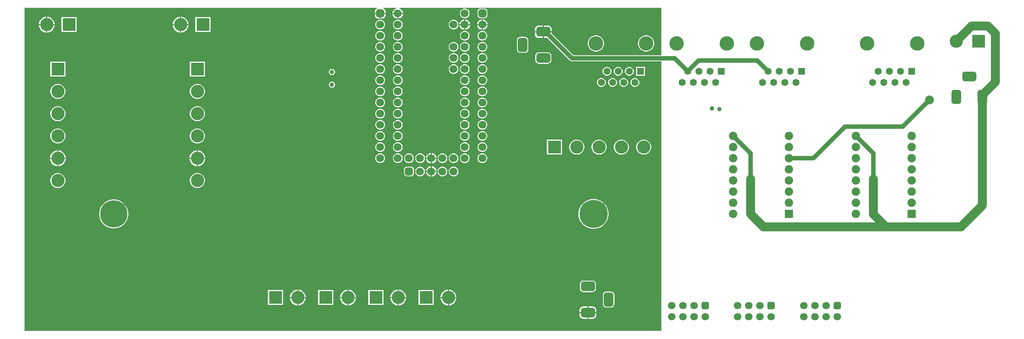
<source format=gbr>
%TF.GenerationSoftware,Altium Limited,Altium Designer,25.8.1 (18)*%
G04 Layer_Physical_Order=4*
G04 Layer_Color=16711680*
%FSLAX45Y45*%
%MOMM*%
%TF.SameCoordinates,54162AFE-A5A8-4166-B9B9-F60AE772EB98*%
%TF.FilePolarity,Positive*%
%TF.FileFunction,Copper,L4,Bot,Signal*%
%TF.Part,Single*%
G01*
G75*
%TA.AperFunction,Conductor*%
%ADD12C,2.00000*%
%ADD13C,1.00000*%
%TA.AperFunction,ComponentPad*%
%ADD14C,1.80000*%
G04:AMPARAMS|DCode=15|XSize=1.8mm|YSize=1.8mm|CornerRadius=0.45mm|HoleSize=0mm|Usage=FLASHONLY|Rotation=0.000|XOffset=0mm|YOffset=0mm|HoleType=Round|Shape=RoundedRectangle|*
%AMROUNDEDRECTD15*
21,1,1.80000,0.90000,0,0,0.0*
21,1,0.90000,1.80000,0,0,0.0*
1,1,0.90000,0.45000,-0.45000*
1,1,0.90000,-0.45000,-0.45000*
1,1,0.90000,-0.45000,0.45000*
1,1,0.90000,0.45000,0.45000*
%
%ADD15ROUNDEDRECTD15*%
%ADD16C,3.30000*%
%ADD17R,1.60000X1.60000*%
%ADD18C,1.60000*%
G04:AMPARAMS|DCode=19|XSize=1.7mm|YSize=1.7mm|CornerRadius=0.425mm|HoleSize=0mm|Usage=FLASHONLY|Rotation=270.000|XOffset=0mm|YOffset=0mm|HoleType=Round|Shape=RoundedRectangle|*
%AMROUNDEDRECTD19*
21,1,1.70000,0.85000,0,0,270.0*
21,1,0.85000,1.70000,0,0,270.0*
1,1,0.85000,-0.42500,-0.42500*
1,1,0.85000,-0.42500,0.42500*
1,1,0.85000,0.42500,0.42500*
1,1,0.85000,0.42500,-0.42500*
%
%ADD19ROUNDEDRECTD19*%
%ADD20C,1.70000*%
G04:AMPARAMS|DCode=21|XSize=1.8mm|YSize=1.8mm|CornerRadius=0.45mm|HoleSize=0mm|Usage=FLASHONLY|Rotation=90.000|XOffset=0mm|YOffset=0mm|HoleType=Round|Shape=RoundedRectangle|*
%AMROUNDEDRECTD21*
21,1,1.80000,0.90000,0,0,90.0*
21,1,0.90000,1.80000,0,0,90.0*
1,1,0.90000,0.45000,0.45000*
1,1,0.90000,0.45000,-0.45000*
1,1,0.90000,-0.45000,-0.45000*
1,1,0.90000,-0.45000,0.45000*
%
%ADD21ROUNDEDRECTD21*%
G04:AMPARAMS|DCode=22|XSize=3.2mm|YSize=2.2mm|CornerRadius=0.55mm|HoleSize=0mm|Usage=FLASHONLY|Rotation=270.000|XOffset=0mm|YOffset=0mm|HoleType=Round|Shape=RoundedRectangle|*
%AMROUNDEDRECTD22*
21,1,3.20000,1.10000,0,0,270.0*
21,1,2.10000,2.20000,0,0,270.0*
1,1,1.10000,-0.55000,-1.05000*
1,1,1.10000,-0.55000,1.05000*
1,1,1.10000,0.55000,1.05000*
1,1,1.10000,0.55000,-1.05000*
%
%ADD22ROUNDEDRECTD22*%
G04:AMPARAMS|DCode=23|XSize=3.2mm|YSize=2.2mm|CornerRadius=0.55mm|HoleSize=0mm|Usage=FLASHONLY|Rotation=180.000|XOffset=0mm|YOffset=0mm|HoleType=Round|Shape=RoundedRectangle|*
%AMROUNDEDRECTD23*
21,1,3.20000,1.10000,0,0,180.0*
21,1,2.10000,2.20000,0,0,180.0*
1,1,1.10000,-1.05000,0.55000*
1,1,1.10000,1.05000,0.55000*
1,1,1.10000,1.05000,-0.55000*
1,1,1.10000,-1.05000,-0.55000*
%
%ADD23ROUNDEDRECTD23*%
%ADD24R,3.00000X3.00000*%
%ADD25C,3.00000*%
%ADD26R,3.00000X3.00000*%
%ADD27R,1.90000X1.90000*%
%ADD28C,1.90000*%
%TA.AperFunction,ViaPad*%
%ADD29C,1.00000*%
%ADD30C,1.50000*%
%ADD31C,2.00000*%
%ADD32C,6.40000*%
%ADD33C,6.20000*%
G36*
X14500000Y8920604D02*
X12497335D01*
X12001823Y9416116D01*
Y9444300D01*
X11823789D01*
Y9316267D01*
X11901975D01*
X12418166Y8800076D01*
X12432788Y8788855D01*
X12449817Y8781802D01*
X12468090Y8779396D01*
X14500000D01*
Y2634000D01*
X0D01*
Y10000000D01*
X8023795D01*
X8026321Y9987300D01*
X8017177Y9983512D01*
X8001510Y9971491D01*
X7989488Y9955824D01*
X7981931Y9937579D01*
X7979353Y9918000D01*
Y9885700D01*
X8220647D01*
Y9918000D01*
X8218069Y9937579D01*
X8210512Y9955824D01*
X8198491Y9971491D01*
X8182823Y9983512D01*
X8173679Y9987300D01*
X8176205Y10000000D01*
X8461258D01*
X8462930Y9987300D01*
X8453682Y9984822D01*
X8426318Y9969024D01*
X8403976Y9946682D01*
X8388178Y9919318D01*
X8380000Y9888798D01*
Y9885700D01*
X8620000D01*
Y9888798D01*
X8611822Y9919318D01*
X8596024Y9946682D01*
X8573682Y9969024D01*
X8546318Y9984822D01*
X8537070Y9987300D01*
X8538742Y10000000D01*
X14500000D01*
Y8920604D01*
D02*
G37*
%LPC*%
G36*
X10038482Y9983000D02*
X10009518D01*
X9981542Y9975504D01*
X9956459Y9961022D01*
X9935978Y9940541D01*
X9921497Y9915458D01*
X9914000Y9887482D01*
Y9858518D01*
X9921497Y9830542D01*
X9935978Y9805459D01*
X9956459Y9784978D01*
X9981542Y9770497D01*
X10009518Y9763000D01*
X10038482D01*
X10066458Y9770497D01*
X10091541Y9784978D01*
X10112022Y9805459D01*
X10126503Y9830542D01*
X10134000Y9858518D01*
Y9887482D01*
X10126503Y9915458D01*
X10112022Y9940541D01*
X10091541Y9961022D01*
X10066458Y9975504D01*
X10038482Y9983000D01*
D02*
G37*
G36*
X10469000Y9983561D02*
X10379000D01*
X10362032Y9981327D01*
X10346220Y9974777D01*
X10332642Y9964358D01*
X10322223Y9950780D01*
X10315673Y9934968D01*
X10313439Y9918000D01*
Y9828000D01*
X10315673Y9811032D01*
X10322223Y9795220D01*
X10332642Y9781642D01*
X10346220Y9771223D01*
X10362032Y9764673D01*
X10379000Y9762439D01*
X10469000D01*
X10485968Y9764673D01*
X10501780Y9771223D01*
X10515358Y9781642D01*
X10525777Y9795220D01*
X10532327Y9811032D01*
X10534561Y9828000D01*
Y9918000D01*
X10532327Y9934968D01*
X10525777Y9950780D01*
X10515358Y9964358D01*
X10501780Y9974777D01*
X10485968Y9981327D01*
X10469000Y9983561D01*
D02*
G37*
G36*
X8620000Y9860300D02*
X8512700D01*
Y9753000D01*
X8515798D01*
X8546318Y9761178D01*
X8573682Y9776976D01*
X8596024Y9799318D01*
X8611822Y9826682D01*
X8620000Y9857202D01*
Y9860300D01*
D02*
G37*
G36*
X8487300D02*
X8380000D01*
Y9857202D01*
X8388178Y9826682D01*
X8403976Y9799318D01*
X8426318Y9776976D01*
X8453682Y9761178D01*
X8484202Y9753000D01*
X8487300D01*
Y9860300D01*
D02*
G37*
G36*
X8220647D02*
X8112700D01*
Y9752353D01*
X8145000D01*
X8164579Y9754931D01*
X8182823Y9762488D01*
X8198491Y9774510D01*
X8210512Y9790177D01*
X8218069Y9808421D01*
X8220647Y9828000D01*
Y9860300D01*
D02*
G37*
G36*
X8087300D02*
X7979353D01*
Y9828000D01*
X7981931Y9808421D01*
X7989488Y9790177D01*
X8001510Y9774510D01*
X8017177Y9762488D01*
X8035421Y9754931D01*
X8055000Y9752353D01*
X8087300D01*
Y9860300D01*
D02*
G37*
G36*
X3573818Y9799000D02*
X3568790D01*
Y9631700D01*
X3736090D01*
Y9636729D01*
X3729173Y9671504D01*
X3715604Y9704262D01*
X3695905Y9733743D01*
X3670833Y9758815D01*
X3641352Y9778514D01*
X3608594Y9792083D01*
X3573818Y9799000D01*
D02*
G37*
G36*
X525728D02*
X520700D01*
Y9631700D01*
X688000D01*
Y9636729D01*
X681083Y9671504D01*
X667514Y9704262D01*
X647815Y9733743D01*
X622743Y9758815D01*
X593262Y9778514D01*
X560504Y9792083D01*
X525728Y9799000D01*
D02*
G37*
G36*
X495300D02*
X490272D01*
X455496Y9792083D01*
X422738Y9778514D01*
X393257Y9758815D01*
X368185Y9733743D01*
X348486Y9704262D01*
X334917Y9671504D01*
X328000Y9636729D01*
Y9631700D01*
X495300D01*
Y9799000D01*
D02*
G37*
G36*
X3543390D02*
X3538361D01*
X3503586Y9792083D01*
X3470828Y9778514D01*
X3441347Y9758815D01*
X3416275Y9733743D01*
X3396576Y9704262D01*
X3383007Y9671504D01*
X3376090Y9636729D01*
Y9631700D01*
X3543390D01*
Y9799000D01*
D02*
G37*
G36*
X10439798Y9739000D02*
X10436700D01*
Y9631700D01*
X10544000D01*
Y9634798D01*
X10535822Y9665318D01*
X10520024Y9692682D01*
X10497682Y9715024D01*
X10470318Y9730822D01*
X10439798Y9739000D01*
D02*
G37*
G36*
X10411300D02*
X10408202D01*
X10377682Y9730822D01*
X10350318Y9715024D01*
X10327976Y9692682D01*
X10312178Y9665318D01*
X10304000Y9634798D01*
Y9631700D01*
X10411300D01*
Y9739000D01*
D02*
G37*
G36*
X10039798D02*
X10036700D01*
Y9631700D01*
X10144000D01*
Y9634798D01*
X10135822Y9665318D01*
X10120024Y9692682D01*
X10097682Y9715024D01*
X10070318Y9730822D01*
X10039798Y9739000D01*
D02*
G37*
G36*
X10011300D02*
X10008202D01*
X9977682Y9730822D01*
X9950318Y9715024D01*
X9927976Y9692682D01*
X9912178Y9665318D01*
X9904000Y9634798D01*
Y9631700D01*
X10011300D01*
Y9739000D01*
D02*
G37*
G36*
X9784482Y9729000D02*
X9755518D01*
X9727542Y9721504D01*
X9702459Y9707022D01*
X9681978Y9686541D01*
X9667497Y9661458D01*
X9660000Y9633482D01*
Y9604518D01*
X9667497Y9576542D01*
X9681978Y9551459D01*
X9702459Y9530978D01*
X9727542Y9516497D01*
X9755518Y9509000D01*
X9784482D01*
X9812458Y9516497D01*
X9837541Y9530978D01*
X9858022Y9551459D01*
X9872503Y9576542D01*
X9880000Y9604518D01*
Y9633482D01*
X9872503Y9661458D01*
X9858022Y9686541D01*
X9837541Y9707022D01*
X9812458Y9721504D01*
X9784482Y9729000D01*
D02*
G37*
G36*
X8514482D02*
X8485518D01*
X8457542Y9721504D01*
X8432459Y9707022D01*
X8411978Y9686541D01*
X8397497Y9661458D01*
X8390000Y9633482D01*
Y9604518D01*
X8397497Y9576542D01*
X8411978Y9551459D01*
X8432459Y9530978D01*
X8457542Y9516497D01*
X8485518Y9509000D01*
X8514482D01*
X8542458Y9516497D01*
X8567541Y9530978D01*
X8588022Y9551459D01*
X8602503Y9576542D01*
X8610000Y9604518D01*
Y9633482D01*
X8602503Y9661458D01*
X8588022Y9686541D01*
X8567541Y9707022D01*
X8542458Y9721504D01*
X8514482Y9729000D01*
D02*
G37*
G36*
X8114482D02*
X8085518D01*
X8057542Y9721504D01*
X8032459Y9707022D01*
X8011978Y9686541D01*
X7997497Y9661458D01*
X7990000Y9633482D01*
Y9604518D01*
X7997497Y9576542D01*
X8011978Y9551459D01*
X8032459Y9530978D01*
X8057542Y9516497D01*
X8085518Y9509000D01*
X8114482D01*
X8142458Y9516497D01*
X8167541Y9530978D01*
X8188022Y9551459D01*
X8202504Y9576542D01*
X8210000Y9604518D01*
Y9633482D01*
X8202504Y9661458D01*
X8188022Y9686541D01*
X8167541Y9707022D01*
X8142458Y9721504D01*
X8114482Y9729000D01*
D02*
G37*
G36*
X10544000Y9606300D02*
X10436700D01*
Y9499000D01*
X10439798D01*
X10470318Y9507178D01*
X10497682Y9522976D01*
X10520024Y9545318D01*
X10535822Y9572682D01*
X10544000Y9603202D01*
Y9606300D01*
D02*
G37*
G36*
X10411300D02*
X10304000D01*
Y9603202D01*
X10312178Y9572682D01*
X10327976Y9545318D01*
X10350318Y9522976D01*
X10377682Y9507178D01*
X10408202Y9499000D01*
X10411300D01*
Y9606300D01*
D02*
G37*
G36*
X10144000D02*
X10036700D01*
Y9499000D01*
X10039798D01*
X10070318Y9507178D01*
X10097682Y9522976D01*
X10120024Y9545318D01*
X10135822Y9572682D01*
X10144000Y9603202D01*
Y9606300D01*
D02*
G37*
G36*
X10011300D02*
X9904000D01*
Y9603202D01*
X9912178Y9572682D01*
X9927976Y9545318D01*
X9950318Y9522976D01*
X9977682Y9507178D01*
X10008202Y9499000D01*
X10011300D01*
Y9606300D01*
D02*
G37*
G36*
X11916090Y9597734D02*
X11823789D01*
Y9469700D01*
X12001823D01*
Y9512000D01*
X11998902Y9534189D01*
X11990337Y9554867D01*
X11976713Y9572623D01*
X11958957Y9586248D01*
X11938279Y9594812D01*
X11916090Y9597734D01*
D02*
G37*
G36*
X11798389D02*
X11706090D01*
X11683901Y9594812D01*
X11663223Y9586248D01*
X11645467Y9572623D01*
X11631843Y9554867D01*
X11623278Y9534189D01*
X11620356Y9512000D01*
Y9469700D01*
X11798389D01*
Y9597734D01*
D02*
G37*
G36*
X4234090Y9789000D02*
X3894090D01*
Y9449000D01*
X4234090D01*
Y9789000D01*
D02*
G37*
G36*
X1186000D02*
X846000D01*
Y9449000D01*
X1186000D01*
Y9789000D01*
D02*
G37*
G36*
X3736090Y9606300D02*
X3568790D01*
Y9439000D01*
X3573818D01*
X3608594Y9445917D01*
X3641352Y9459486D01*
X3670833Y9479185D01*
X3695905Y9504257D01*
X3715604Y9533738D01*
X3729173Y9566496D01*
X3736090Y9601272D01*
Y9606300D01*
D02*
G37*
G36*
X3543390D02*
X3376090D01*
Y9601272D01*
X3383007Y9566496D01*
X3396576Y9533738D01*
X3416275Y9504257D01*
X3441347Y9479185D01*
X3470828Y9459486D01*
X3503586Y9445917D01*
X3538361Y9439000D01*
X3543390D01*
Y9606300D01*
D02*
G37*
G36*
X688000D02*
X520700D01*
Y9439000D01*
X525728D01*
X560504Y9445917D01*
X593262Y9459486D01*
X622743Y9479185D01*
X647815Y9504257D01*
X667514Y9533738D01*
X681083Y9566496D01*
X688000Y9601272D01*
Y9606300D01*
D02*
G37*
G36*
X495300D02*
X328000D01*
Y9601272D01*
X334917Y9566496D01*
X348486Y9533738D01*
X368185Y9504257D01*
X393257Y9479185D01*
X422738Y9459486D01*
X455496Y9445917D01*
X490272Y9439000D01*
X495300D01*
Y9606300D01*
D02*
G37*
G36*
X11798389Y9444300D02*
X11620356D01*
Y9402000D01*
X11623278Y9379811D01*
X11631843Y9359133D01*
X11645467Y9341377D01*
X11663223Y9327753D01*
X11683901Y9319188D01*
X11706090Y9316267D01*
X11798389D01*
Y9444300D01*
D02*
G37*
G36*
X10438482Y9475000D02*
X10409518D01*
X10381542Y9467504D01*
X10356459Y9453022D01*
X10335978Y9432541D01*
X10321497Y9407458D01*
X10314000Y9379482D01*
Y9350518D01*
X10321497Y9322542D01*
X10335978Y9297459D01*
X10356459Y9276978D01*
X10381542Y9262497D01*
X10409518Y9255000D01*
X10438482D01*
X10466458Y9262497D01*
X10491541Y9276978D01*
X10512022Y9297459D01*
X10526503Y9322542D01*
X10534000Y9350518D01*
Y9379482D01*
X10526503Y9407458D01*
X10512022Y9432541D01*
X10491541Y9453022D01*
X10466458Y9467504D01*
X10438482Y9475000D01*
D02*
G37*
G36*
X10038482D02*
X10009518D01*
X9981542Y9467504D01*
X9956459Y9453022D01*
X9935978Y9432541D01*
X9921497Y9407458D01*
X9914000Y9379482D01*
Y9350518D01*
X9921497Y9322542D01*
X9935978Y9297459D01*
X9956459Y9276978D01*
X9981542Y9262497D01*
X10009518Y9255000D01*
X10038482D01*
X10066458Y9262497D01*
X10091541Y9276978D01*
X10112022Y9297459D01*
X10126503Y9322542D01*
X10134000Y9350518D01*
Y9379482D01*
X10126503Y9407458D01*
X10112022Y9432541D01*
X10091541Y9453022D01*
X10066458Y9467504D01*
X10038482Y9475000D01*
D02*
G37*
G36*
X8514482D02*
X8485518D01*
X8457542Y9467504D01*
X8432459Y9453022D01*
X8411978Y9432541D01*
X8397497Y9407458D01*
X8390000Y9379482D01*
Y9350518D01*
X8397497Y9322542D01*
X8411978Y9297459D01*
X8432459Y9276978D01*
X8457542Y9262497D01*
X8485518Y9255000D01*
X8514482D01*
X8542458Y9262497D01*
X8567541Y9276978D01*
X8588022Y9297459D01*
X8602503Y9322542D01*
X8610000Y9350518D01*
Y9379482D01*
X8602503Y9407458D01*
X8588022Y9432541D01*
X8567541Y9453022D01*
X8542458Y9467504D01*
X8514482Y9475000D01*
D02*
G37*
G36*
X8114482D02*
X8085518D01*
X8057542Y9467504D01*
X8032459Y9453022D01*
X8011978Y9432541D01*
X7997497Y9407458D01*
X7990000Y9379482D01*
Y9350518D01*
X7997497Y9322542D01*
X8011978Y9297459D01*
X8032459Y9276978D01*
X8057542Y9262497D01*
X8085518Y9255000D01*
X8114482D01*
X8142458Y9262497D01*
X8167541Y9276978D01*
X8188022Y9297459D01*
X8202504Y9322542D01*
X8210000Y9350518D01*
Y9379482D01*
X8202504Y9407458D01*
X8188022Y9432541D01*
X8167541Y9453022D01*
X8142458Y9467504D01*
X8114482Y9475000D01*
D02*
G37*
G36*
X14168822Y9374000D02*
X14132379D01*
X14096638Y9366891D01*
X14062970Y9352945D01*
X14032671Y9332699D01*
X14006902Y9306931D01*
X13986655Y9276630D01*
X13972710Y9242963D01*
X13965601Y9207221D01*
Y9170779D01*
X13972710Y9135038D01*
X13986655Y9101370D01*
X14006902Y9071070D01*
X14032671Y9045301D01*
X14062970Y9025055D01*
X14096638Y9011110D01*
X14132379Y9004000D01*
X14168822D01*
X14204562Y9011110D01*
X14238229Y9025055D01*
X14268530Y9045301D01*
X14294299Y9071070D01*
X14314545Y9101370D01*
X14328491Y9135038D01*
X14335600Y9170779D01*
Y9207221D01*
X14328491Y9242963D01*
X14314545Y9276630D01*
X14294299Y9306931D01*
X14268530Y9332699D01*
X14238229Y9352945D01*
X14204562Y9366891D01*
X14168822Y9374000D01*
D02*
G37*
G36*
X13025821D02*
X12989378D01*
X12953638Y9366891D01*
X12919971Y9352945D01*
X12889670Y9332699D01*
X12863901Y9306931D01*
X12843655Y9276630D01*
X12829710Y9242963D01*
X12822600Y9207221D01*
Y9170779D01*
X12829710Y9135038D01*
X12843655Y9101370D01*
X12863901Y9071070D01*
X12889670Y9045301D01*
X12919971Y9025055D01*
X12953638Y9011110D01*
X12989378Y9004000D01*
X13025821D01*
X13061563Y9011110D01*
X13095230Y9025055D01*
X13125531Y9045301D01*
X13151299Y9071070D01*
X13171545Y9101370D01*
X13185490Y9135038D01*
X13192599Y9170779D01*
Y9207221D01*
X13185490Y9242963D01*
X13171545Y9276630D01*
X13151299Y9306931D01*
X13125531Y9332699D01*
X13095230Y9352945D01*
X13061563Y9366891D01*
X13025821Y9374000D01*
D02*
G37*
G36*
X10438482Y9221000D02*
X10409518D01*
X10381542Y9213504D01*
X10356459Y9199022D01*
X10335978Y9178541D01*
X10321497Y9153458D01*
X10314000Y9125482D01*
Y9096518D01*
X10321497Y9068542D01*
X10335978Y9043459D01*
X10356459Y9022978D01*
X10381542Y9008497D01*
X10409518Y9001000D01*
X10438482D01*
X10466458Y9008497D01*
X10491541Y9022978D01*
X10512022Y9043459D01*
X10526503Y9068542D01*
X10534000Y9096518D01*
Y9125482D01*
X10526503Y9153458D01*
X10512022Y9178541D01*
X10491541Y9199022D01*
X10466458Y9213504D01*
X10438482Y9221000D01*
D02*
G37*
G36*
X10038482D02*
X10009518D01*
X9981542Y9213504D01*
X9956459Y9199022D01*
X9935978Y9178541D01*
X9921497Y9153458D01*
X9914000Y9125482D01*
Y9096518D01*
X9921497Y9068542D01*
X9935978Y9043459D01*
X9956459Y9022978D01*
X9981542Y9008497D01*
X10009518Y9001000D01*
X10038482D01*
X10066458Y9008497D01*
X10091541Y9022978D01*
X10112022Y9043459D01*
X10126503Y9068542D01*
X10134000Y9096518D01*
Y9125482D01*
X10126503Y9153458D01*
X10112022Y9178541D01*
X10091541Y9199022D01*
X10066458Y9213504D01*
X10038482Y9221000D01*
D02*
G37*
G36*
X9784482D02*
X9755518D01*
X9727542Y9213504D01*
X9702459Y9199022D01*
X9681978Y9178541D01*
X9667497Y9153458D01*
X9660000Y9125482D01*
Y9096518D01*
X9667497Y9068542D01*
X9681978Y9043459D01*
X9702459Y9022978D01*
X9727542Y9008497D01*
X9755518Y9001000D01*
X9784482D01*
X9812458Y9008497D01*
X9837541Y9022978D01*
X9858022Y9043459D01*
X9872503Y9068542D01*
X9880000Y9096518D01*
Y9125482D01*
X9872503Y9153458D01*
X9858022Y9178541D01*
X9837541Y9199022D01*
X9812458Y9213504D01*
X9784482Y9221000D01*
D02*
G37*
G36*
X8514482D02*
X8485518D01*
X8457542Y9213504D01*
X8432459Y9199022D01*
X8411978Y9178541D01*
X8397497Y9153458D01*
X8390000Y9125482D01*
Y9096518D01*
X8397497Y9068542D01*
X8411978Y9043459D01*
X8432459Y9022978D01*
X8457542Y9008497D01*
X8485518Y9001000D01*
X8514482D01*
X8542458Y9008497D01*
X8567541Y9022978D01*
X8588022Y9043459D01*
X8602503Y9068542D01*
X8610000Y9096518D01*
Y9125482D01*
X8602503Y9153458D01*
X8588022Y9178541D01*
X8567541Y9199022D01*
X8542458Y9213504D01*
X8514482Y9221000D01*
D02*
G37*
G36*
X8114482D02*
X8085518D01*
X8057542Y9213504D01*
X8032459Y9199022D01*
X8011978Y9178541D01*
X7997497Y9153458D01*
X7990000Y9125482D01*
Y9096518D01*
X7997497Y9068542D01*
X8011978Y9043459D01*
X8032459Y9022978D01*
X8057542Y9008497D01*
X8085518Y9001000D01*
X8114482D01*
X8142458Y9008497D01*
X8167541Y9022978D01*
X8188022Y9043459D01*
X8202504Y9068542D01*
X8210000Y9096518D01*
Y9125482D01*
X8202504Y9153458D01*
X8188022Y9178541D01*
X8167541Y9199022D01*
X8142458Y9213504D01*
X8114482Y9221000D01*
D02*
G37*
G36*
X11396090Y9337647D02*
X11286090D01*
X11266511Y9335069D01*
X11248266Y9327512D01*
X11232599Y9315490D01*
X11220578Y9299823D01*
X11213020Y9281579D01*
X11210443Y9262000D01*
Y9052000D01*
X11213020Y9032421D01*
X11220578Y9014177D01*
X11232599Y8998510D01*
X11248266Y8986488D01*
X11266511Y8978930D01*
X11286090Y8976353D01*
X11396090D01*
X11415669Y8978930D01*
X11433913Y8986488D01*
X11449580Y8998510D01*
X11461602Y9014177D01*
X11469159Y9032421D01*
X11471737Y9052000D01*
Y9262000D01*
X11469159Y9281579D01*
X11461602Y9299823D01*
X11449580Y9315490D01*
X11433913Y9327512D01*
X11415669Y9335069D01*
X11396090Y9337647D01*
D02*
G37*
G36*
X10438482Y8967000D02*
X10409518D01*
X10381542Y8959504D01*
X10356459Y8945022D01*
X10335978Y8924541D01*
X10321497Y8899458D01*
X10314000Y8871482D01*
Y8842518D01*
X10321497Y8814542D01*
X10335978Y8789459D01*
X10356459Y8768978D01*
X10381542Y8754497D01*
X10409518Y8747000D01*
X10438482D01*
X10466458Y8754497D01*
X10491541Y8768978D01*
X10512022Y8789459D01*
X10526503Y8814542D01*
X10534000Y8842518D01*
Y8871482D01*
X10526503Y8899458D01*
X10512022Y8924541D01*
X10491541Y8945022D01*
X10466458Y8959504D01*
X10438482Y8967000D01*
D02*
G37*
G36*
X10038482D02*
X10009518D01*
X9981542Y8959504D01*
X9956459Y8945022D01*
X9935978Y8924541D01*
X9921497Y8899458D01*
X9914000Y8871482D01*
Y8842518D01*
X9921497Y8814542D01*
X9935978Y8789459D01*
X9956459Y8768978D01*
X9981542Y8754497D01*
X10009518Y8747000D01*
X10038482D01*
X10066458Y8754497D01*
X10091541Y8768978D01*
X10112022Y8789459D01*
X10126503Y8814542D01*
X10134000Y8842518D01*
Y8871482D01*
X10126503Y8899458D01*
X10112022Y8924541D01*
X10091541Y8945022D01*
X10066458Y8959504D01*
X10038482Y8967000D01*
D02*
G37*
G36*
X9784482D02*
X9755518D01*
X9727542Y8959504D01*
X9702459Y8945022D01*
X9681978Y8924541D01*
X9667497Y8899458D01*
X9660000Y8871482D01*
Y8842518D01*
X9667497Y8814542D01*
X9681978Y8789459D01*
X9702459Y8768978D01*
X9727542Y8754497D01*
X9755518Y8747000D01*
X9784482D01*
X9812458Y8754497D01*
X9837541Y8768978D01*
X9858022Y8789459D01*
X9872503Y8814542D01*
X9880000Y8842518D01*
Y8871482D01*
X9872503Y8899458D01*
X9858022Y8924541D01*
X9837541Y8945022D01*
X9812458Y8959504D01*
X9784482Y8967000D01*
D02*
G37*
G36*
X8514482D02*
X8485518D01*
X8457542Y8959504D01*
X8432459Y8945022D01*
X8411978Y8924541D01*
X8397497Y8899458D01*
X8390000Y8871482D01*
Y8842518D01*
X8397497Y8814542D01*
X8411978Y8789459D01*
X8432459Y8768978D01*
X8457542Y8754497D01*
X8485518Y8747000D01*
X8514482D01*
X8542458Y8754497D01*
X8567541Y8768978D01*
X8588022Y8789459D01*
X8602503Y8814542D01*
X8610000Y8842518D01*
Y8871482D01*
X8602503Y8899458D01*
X8588022Y8924541D01*
X8567541Y8945022D01*
X8542458Y8959504D01*
X8514482Y8967000D01*
D02*
G37*
G36*
X8114482D02*
X8085518D01*
X8057542Y8959504D01*
X8032459Y8945022D01*
X8011978Y8924541D01*
X7997497Y8899458D01*
X7990000Y8871482D01*
Y8842518D01*
X7997497Y8814542D01*
X8011978Y8789459D01*
X8032459Y8768978D01*
X8057542Y8754497D01*
X8085518Y8747000D01*
X8114482D01*
X8142458Y8754497D01*
X8167541Y8768978D01*
X8188022Y8789459D01*
X8202504Y8814542D01*
X8210000Y8842518D01*
Y8871482D01*
X8202504Y8899458D01*
X8188022Y8924541D01*
X8167541Y8945022D01*
X8142458Y8959504D01*
X8114482Y8967000D01*
D02*
G37*
G36*
X11916090Y8987647D02*
X11706090D01*
X11686511Y8985070D01*
X11668266Y8977512D01*
X11652600Y8965491D01*
X11640578Y8949824D01*
X11633020Y8931579D01*
X11630443Y8912000D01*
Y8802000D01*
X11633020Y8782421D01*
X11640578Y8764177D01*
X11652600Y8748510D01*
X11668266Y8736488D01*
X11686511Y8728930D01*
X11706090Y8726353D01*
X11916090D01*
X11935669Y8728930D01*
X11953913Y8736488D01*
X11969580Y8748510D01*
X11981602Y8764177D01*
X11989159Y8782421D01*
X11991737Y8802000D01*
Y8912000D01*
X11989159Y8931579D01*
X11981602Y8949824D01*
X11969580Y8965491D01*
X11953913Y8977512D01*
X11935669Y8985070D01*
X11916090Y8987647D01*
D02*
G37*
G36*
X10438482Y8713000D02*
X10409518D01*
X10381542Y8705504D01*
X10356459Y8691022D01*
X10335978Y8670541D01*
X10321497Y8645458D01*
X10314000Y8617482D01*
Y8588518D01*
X10321497Y8560542D01*
X10335978Y8535459D01*
X10356459Y8514978D01*
X10381542Y8500497D01*
X10409518Y8493000D01*
X10438482D01*
X10466458Y8500497D01*
X10491541Y8514978D01*
X10512022Y8535459D01*
X10526503Y8560542D01*
X10534000Y8588518D01*
Y8617482D01*
X10526503Y8645458D01*
X10512022Y8670541D01*
X10491541Y8691022D01*
X10466458Y8705504D01*
X10438482Y8713000D01*
D02*
G37*
G36*
X10038482D02*
X10009518D01*
X9981542Y8705504D01*
X9956459Y8691022D01*
X9935978Y8670541D01*
X9921497Y8645458D01*
X9914000Y8617482D01*
Y8588518D01*
X9921497Y8560542D01*
X9935978Y8535459D01*
X9956459Y8514978D01*
X9981542Y8500497D01*
X10009518Y8493000D01*
X10038482D01*
X10066458Y8500497D01*
X10091541Y8514978D01*
X10112022Y8535459D01*
X10126503Y8560542D01*
X10134000Y8588518D01*
Y8617482D01*
X10126503Y8645458D01*
X10112022Y8670541D01*
X10091541Y8691022D01*
X10066458Y8705504D01*
X10038482Y8713000D01*
D02*
G37*
G36*
X9784482D02*
X9755518D01*
X9727542Y8705504D01*
X9702459Y8691022D01*
X9681978Y8670541D01*
X9667497Y8645458D01*
X9660000Y8617482D01*
Y8588518D01*
X9667497Y8560542D01*
X9681978Y8535459D01*
X9702459Y8514978D01*
X9727542Y8500497D01*
X9755518Y8493000D01*
X9784482D01*
X9812458Y8500497D01*
X9837541Y8514978D01*
X9858022Y8535459D01*
X9872503Y8560542D01*
X9880000Y8588518D01*
Y8617482D01*
X9872503Y8645458D01*
X9858022Y8670541D01*
X9837541Y8691022D01*
X9812458Y8705504D01*
X9784482Y8713000D01*
D02*
G37*
G36*
X8514482D02*
X8485518D01*
X8457542Y8705504D01*
X8432459Y8691022D01*
X8411978Y8670541D01*
X8397497Y8645458D01*
X8390000Y8617482D01*
Y8588518D01*
X8397497Y8560542D01*
X8411978Y8535459D01*
X8432459Y8514978D01*
X8457542Y8500497D01*
X8485518Y8493000D01*
X8514482D01*
X8542458Y8500497D01*
X8567541Y8514978D01*
X8588022Y8535459D01*
X8602503Y8560542D01*
X8610000Y8588518D01*
Y8617482D01*
X8602503Y8645458D01*
X8588022Y8670541D01*
X8567541Y8691022D01*
X8542458Y8705504D01*
X8514482Y8713000D01*
D02*
G37*
G36*
X8114482D02*
X8085518D01*
X8057542Y8705504D01*
X8032459Y8691022D01*
X8011978Y8670541D01*
X7997497Y8645458D01*
X7990000Y8617482D01*
Y8588518D01*
X7997497Y8560542D01*
X8011978Y8535459D01*
X8032459Y8514978D01*
X8057542Y8500497D01*
X8085518Y8493000D01*
X8114482D01*
X8142458Y8500497D01*
X8167541Y8514978D01*
X8188022Y8535459D01*
X8202504Y8560542D01*
X8210000Y8588518D01*
Y8617482D01*
X8202504Y8645458D01*
X8188022Y8670541D01*
X8167541Y8691022D01*
X8142458Y8705504D01*
X8114482Y8713000D01*
D02*
G37*
G36*
X7009216Y8608376D02*
X6990784D01*
X6972981Y8603606D01*
X6957019Y8594390D01*
X6943986Y8581357D01*
X6934770Y8565395D01*
X6930000Y8547592D01*
Y8529160D01*
X6934770Y8511357D01*
X6943986Y8495395D01*
X6957019Y8482362D01*
X6972981Y8473147D01*
X6990784Y8468376D01*
X7009216D01*
X7027019Y8473147D01*
X7042981Y8482362D01*
X7056014Y8495395D01*
X7065229Y8511357D01*
X7070000Y8529160D01*
Y8547592D01*
X7065229Y8565395D01*
X7056014Y8581357D01*
X7042981Y8594390D01*
X7027019Y8603606D01*
X7009216Y8608376D01*
D02*
G37*
G36*
X14123599Y8654000D02*
X13923599D01*
Y8454000D01*
X14123599D01*
Y8654000D01*
D02*
G37*
G36*
X13782765D02*
X13756435D01*
X13731001Y8647185D01*
X13708199Y8634020D01*
X13689580Y8615401D01*
X13676414Y8592599D01*
X13669600Y8567165D01*
Y8540835D01*
X13676414Y8515402D01*
X13689580Y8492599D01*
X13708199Y8473981D01*
X13731001Y8460815D01*
X13756435Y8454000D01*
X13782765D01*
X13808199Y8460815D01*
X13831001Y8473981D01*
X13849620Y8492599D01*
X13862785Y8515402D01*
X13869600Y8540835D01*
Y8567165D01*
X13862785Y8592599D01*
X13849620Y8615401D01*
X13831001Y8634020D01*
X13808199Y8647185D01*
X13782765Y8654000D01*
D02*
G37*
G36*
X13528764D02*
X13502435D01*
X13477002Y8647185D01*
X13454199Y8634020D01*
X13435580Y8615401D01*
X13422415Y8592599D01*
X13415601Y8567165D01*
Y8540835D01*
X13422415Y8515402D01*
X13435580Y8492599D01*
X13454199Y8473981D01*
X13477002Y8460815D01*
X13502435Y8454000D01*
X13528764D01*
X13554198Y8460815D01*
X13577000Y8473981D01*
X13595621Y8492599D01*
X13608784Y8515402D01*
X13615601Y8540835D01*
Y8567165D01*
X13608784Y8592599D01*
X13595621Y8615401D01*
X13577000Y8634020D01*
X13554198Y8647185D01*
X13528764Y8654000D01*
D02*
G37*
G36*
X13274765D02*
X13248434D01*
X13223003Y8647185D01*
X13200198Y8634020D01*
X13181580Y8615401D01*
X13168414Y8592599D01*
X13161600Y8567165D01*
Y8540835D01*
X13168414Y8515402D01*
X13181580Y8492599D01*
X13200198Y8473981D01*
X13223003Y8460815D01*
X13248434Y8454000D01*
X13274765D01*
X13300198Y8460815D01*
X13323001Y8473981D01*
X13341620Y8492599D01*
X13354785Y8515402D01*
X13361600Y8540835D01*
Y8567165D01*
X13354785Y8592599D01*
X13341620Y8615401D01*
X13323001Y8634020D01*
X13300198Y8647185D01*
X13274765Y8654000D01*
D02*
G37*
G36*
X4107090Y8773000D02*
X3767090D01*
Y8433000D01*
X4107090D01*
Y8773000D01*
D02*
G37*
G36*
X932090D02*
X592090D01*
Y8433000D01*
X932090D01*
Y8773000D01*
D02*
G37*
G36*
X10438482Y8459000D02*
X10409518D01*
X10381542Y8451504D01*
X10356459Y8437022D01*
X10335978Y8416541D01*
X10321497Y8391458D01*
X10314000Y8363482D01*
Y8334518D01*
X10321497Y8306542D01*
X10335978Y8281459D01*
X10356459Y8260978D01*
X10381542Y8246497D01*
X10409518Y8239000D01*
X10438482D01*
X10466458Y8246497D01*
X10491541Y8260978D01*
X10512022Y8281459D01*
X10526503Y8306542D01*
X10534000Y8334518D01*
Y8363482D01*
X10526503Y8391458D01*
X10512022Y8416541D01*
X10491541Y8437022D01*
X10466458Y8451504D01*
X10438482Y8459000D01*
D02*
G37*
G36*
X10038482D02*
X10009518D01*
X9981542Y8451504D01*
X9956459Y8437022D01*
X9935978Y8416541D01*
X9921497Y8391458D01*
X9914000Y8363482D01*
Y8334518D01*
X9921497Y8306542D01*
X9935978Y8281459D01*
X9956459Y8260978D01*
X9981542Y8246497D01*
X10009518Y8239000D01*
X10038482D01*
X10066458Y8246497D01*
X10091541Y8260978D01*
X10112022Y8281459D01*
X10126503Y8306542D01*
X10134000Y8334518D01*
Y8363482D01*
X10126503Y8391458D01*
X10112022Y8416541D01*
X10091541Y8437022D01*
X10066458Y8451504D01*
X10038482Y8459000D01*
D02*
G37*
G36*
X8514482D02*
X8485518D01*
X8457542Y8451504D01*
X8432459Y8437022D01*
X8411978Y8416541D01*
X8397497Y8391458D01*
X8390000Y8363482D01*
Y8334518D01*
X8397497Y8306542D01*
X8411978Y8281459D01*
X8432459Y8260978D01*
X8457542Y8246497D01*
X8485518Y8239000D01*
X8514482D01*
X8542458Y8246497D01*
X8567541Y8260978D01*
X8588022Y8281459D01*
X8602503Y8306542D01*
X8610000Y8334518D01*
Y8363482D01*
X8602503Y8391458D01*
X8588022Y8416541D01*
X8567541Y8437022D01*
X8542458Y8451504D01*
X8514482Y8459000D01*
D02*
G37*
G36*
X8114482D02*
X8085518D01*
X8057542Y8451504D01*
X8032459Y8437022D01*
X8011978Y8416541D01*
X7997497Y8391458D01*
X7990000Y8363482D01*
Y8334518D01*
X7997497Y8306542D01*
X8011978Y8281459D01*
X8032459Y8260978D01*
X8057542Y8246497D01*
X8085518Y8239000D01*
X8114482D01*
X8142458Y8246497D01*
X8167541Y8260978D01*
X8188022Y8281459D01*
X8202504Y8306542D01*
X8210000Y8334518D01*
Y8363482D01*
X8202504Y8391458D01*
X8188022Y8416541D01*
X8167541Y8437022D01*
X8142458Y8451504D01*
X8114482Y8459000D01*
D02*
G37*
G36*
X13909766Y8400000D02*
X13883435D01*
X13858002Y8393185D01*
X13835199Y8380020D01*
X13816580Y8361401D01*
X13803415Y8338599D01*
X13796600Y8313165D01*
Y8286835D01*
X13803415Y8261402D01*
X13816580Y8238599D01*
X13835199Y8219981D01*
X13858002Y8206815D01*
X13883435Y8200000D01*
X13909766D01*
X13935197Y8206815D01*
X13958002Y8219981D01*
X13976620Y8238599D01*
X13989784Y8261402D01*
X13996600Y8286835D01*
Y8313165D01*
X13989784Y8338599D01*
X13976620Y8361401D01*
X13958002Y8380020D01*
X13935197Y8393185D01*
X13909766Y8400000D01*
D02*
G37*
G36*
X13655765D02*
X13629436D01*
X13604002Y8393185D01*
X13581200Y8380020D01*
X13562579Y8361401D01*
X13549416Y8338599D01*
X13542599Y8313165D01*
Y8286835D01*
X13549416Y8261402D01*
X13562579Y8238599D01*
X13581200Y8219981D01*
X13604002Y8206815D01*
X13629436Y8200000D01*
X13655765D01*
X13681198Y8206815D01*
X13704001Y8219981D01*
X13722620Y8238599D01*
X13735785Y8261402D01*
X13742599Y8286835D01*
Y8313165D01*
X13735785Y8338599D01*
X13722620Y8361401D01*
X13704001Y8380020D01*
X13681198Y8393185D01*
X13655765Y8400000D01*
D02*
G37*
G36*
X13401765D02*
X13375435D01*
X13350002Y8393185D01*
X13327199Y8380020D01*
X13308580Y8361401D01*
X13295415Y8338599D01*
X13288600Y8313165D01*
Y8286835D01*
X13295415Y8261402D01*
X13308580Y8238599D01*
X13327199Y8219981D01*
X13350002Y8206815D01*
X13375435Y8200000D01*
X13401765D01*
X13427197Y8206815D01*
X13450002Y8219981D01*
X13468620Y8238599D01*
X13481786Y8261402D01*
X13488600Y8286835D01*
Y8313165D01*
X13481786Y8338599D01*
X13468620Y8361401D01*
X13450002Y8380020D01*
X13427197Y8393185D01*
X13401765Y8400000D01*
D02*
G37*
G36*
X13147765D02*
X13121436D01*
X13096002Y8393185D01*
X13073199Y8380020D01*
X13054581Y8361401D01*
X13041415Y8338599D01*
X13034599Y8313165D01*
Y8286835D01*
X13041415Y8261402D01*
X13054581Y8238599D01*
X13073199Y8219981D01*
X13096002Y8206815D01*
X13121436Y8200000D01*
X13147765D01*
X13173198Y8206815D01*
X13196001Y8219981D01*
X13214619Y8238599D01*
X13227785Y8261402D01*
X13234599Y8286835D01*
Y8313165D01*
X13227785Y8338599D01*
X13214619Y8361401D01*
X13196001Y8380020D01*
X13173198Y8393185D01*
X13147765Y8400000D01*
D02*
G37*
G36*
X7009216Y8320000D02*
X6990784D01*
X6972981Y8315229D01*
X6957019Y8306014D01*
X6943986Y8292981D01*
X6934770Y8277019D01*
X6930000Y8259216D01*
Y8240784D01*
X6934770Y8222981D01*
X6943986Y8207019D01*
X6957019Y8193986D01*
X6972981Y8184771D01*
X6990784Y8180000D01*
X7009216D01*
X7027019Y8184771D01*
X7042981Y8193986D01*
X7056014Y8207019D01*
X7065229Y8222981D01*
X7070000Y8240784D01*
Y8259216D01*
X7065229Y8277019D01*
X7056014Y8292981D01*
X7042981Y8306014D01*
X7027019Y8315229D01*
X7009216Y8320000D01*
D02*
G37*
G36*
X10438482Y8205000D02*
X10409518D01*
X10381542Y8197504D01*
X10356459Y8183022D01*
X10335978Y8162541D01*
X10321497Y8137458D01*
X10314000Y8109482D01*
Y8080518D01*
X10321497Y8052542D01*
X10335978Y8027459D01*
X10356459Y8006978D01*
X10381542Y7992497D01*
X10409518Y7985000D01*
X10438482D01*
X10466458Y7992497D01*
X10491541Y8006978D01*
X10512022Y8027459D01*
X10526503Y8052542D01*
X10534000Y8080518D01*
Y8109482D01*
X10526503Y8137458D01*
X10512022Y8162541D01*
X10491541Y8183022D01*
X10466458Y8197504D01*
X10438482Y8205000D01*
D02*
G37*
G36*
X10038482D02*
X10009518D01*
X9981542Y8197504D01*
X9956459Y8183022D01*
X9935978Y8162541D01*
X9921497Y8137458D01*
X9914000Y8109482D01*
Y8080518D01*
X9921497Y8052542D01*
X9935978Y8027459D01*
X9956459Y8006978D01*
X9981542Y7992497D01*
X10009518Y7985000D01*
X10038482D01*
X10066458Y7992497D01*
X10091541Y8006978D01*
X10112022Y8027459D01*
X10126503Y8052542D01*
X10134000Y8080518D01*
Y8109482D01*
X10126503Y8137458D01*
X10112022Y8162541D01*
X10091541Y8183022D01*
X10066458Y8197504D01*
X10038482Y8205000D01*
D02*
G37*
G36*
X8514482D02*
X8485518D01*
X8457542Y8197504D01*
X8432459Y8183022D01*
X8411978Y8162541D01*
X8397497Y8137458D01*
X8390000Y8109482D01*
Y8080518D01*
X8397497Y8052542D01*
X8411978Y8027459D01*
X8432459Y8006978D01*
X8457542Y7992497D01*
X8485518Y7985000D01*
X8514482D01*
X8542458Y7992497D01*
X8567541Y8006978D01*
X8588022Y8027459D01*
X8602503Y8052542D01*
X8610000Y8080518D01*
Y8109482D01*
X8602503Y8137458D01*
X8588022Y8162541D01*
X8567541Y8183022D01*
X8542458Y8197504D01*
X8514482Y8205000D01*
D02*
G37*
G36*
X8114482D02*
X8085518D01*
X8057542Y8197504D01*
X8032459Y8183022D01*
X8011978Y8162541D01*
X7997497Y8137458D01*
X7990000Y8109482D01*
Y8080518D01*
X7997497Y8052542D01*
X8011978Y8027459D01*
X8032459Y8006978D01*
X8057542Y7992497D01*
X8085518Y7985000D01*
X8114482D01*
X8142458Y7992497D01*
X8167541Y8006978D01*
X8188022Y8027459D01*
X8202504Y8052542D01*
X8210000Y8080518D01*
Y8109482D01*
X8202504Y8137458D01*
X8188022Y8162541D01*
X8167541Y8183022D01*
X8142458Y8197504D01*
X8114482Y8205000D01*
D02*
G37*
G36*
X3953833Y8265000D02*
X3920346D01*
X3887503Y8258467D01*
X3856565Y8245652D01*
X3828721Y8227048D01*
X3805042Y8203369D01*
X3786438Y8175525D01*
X3773623Y8144587D01*
X3767090Y8111743D01*
Y8078257D01*
X3773623Y8045413D01*
X3786438Y8014475D01*
X3805042Y7986631D01*
X3828721Y7962953D01*
X3856565Y7944348D01*
X3887503Y7931533D01*
X3920346Y7925000D01*
X3953833D01*
X3986677Y7931533D01*
X4017615Y7944348D01*
X4045459Y7962953D01*
X4069137Y7986631D01*
X4087742Y8014475D01*
X4100557Y8045413D01*
X4107090Y8078257D01*
Y8111743D01*
X4100557Y8144587D01*
X4087742Y8175525D01*
X4069137Y8203369D01*
X4045459Y8227048D01*
X4017615Y8245652D01*
X3986677Y8258467D01*
X3953833Y8265000D01*
D02*
G37*
G36*
X778833D02*
X745346D01*
X712503Y8258467D01*
X681565Y8245652D01*
X653721Y8227048D01*
X630042Y8203369D01*
X611438Y8175525D01*
X598623Y8144587D01*
X592090Y8111743D01*
Y8078257D01*
X598623Y8045413D01*
X611438Y8014475D01*
X630042Y7986631D01*
X653721Y7962953D01*
X681565Y7944348D01*
X712503Y7931533D01*
X745346Y7925000D01*
X778833D01*
X811677Y7931533D01*
X842615Y7944348D01*
X870459Y7962953D01*
X894137Y7986631D01*
X912742Y8014475D01*
X925557Y8045413D01*
X932090Y8078257D01*
Y8111743D01*
X925557Y8144587D01*
X912742Y8175525D01*
X894137Y8203369D01*
X870459Y8227048D01*
X842615Y8245652D01*
X811677Y8258467D01*
X778833Y8265000D01*
D02*
G37*
G36*
X10438482Y7951000D02*
X10409518D01*
X10381542Y7943504D01*
X10356459Y7929022D01*
X10335978Y7908541D01*
X10321497Y7883458D01*
X10314000Y7855482D01*
Y7826518D01*
X10321497Y7798542D01*
X10335978Y7773459D01*
X10356459Y7752978D01*
X10381542Y7738497D01*
X10409518Y7731000D01*
X10438482D01*
X10466458Y7738497D01*
X10491541Y7752978D01*
X10512022Y7773459D01*
X10526503Y7798542D01*
X10534000Y7826518D01*
Y7855482D01*
X10526503Y7883458D01*
X10512022Y7908541D01*
X10491541Y7929022D01*
X10466458Y7943504D01*
X10438482Y7951000D01*
D02*
G37*
G36*
X10038482D02*
X10009518D01*
X9981542Y7943504D01*
X9956459Y7929022D01*
X9935978Y7908541D01*
X9921497Y7883458D01*
X9914000Y7855482D01*
Y7826518D01*
X9921497Y7798542D01*
X9935978Y7773459D01*
X9956459Y7752978D01*
X9981542Y7738497D01*
X10009518Y7731000D01*
X10038482D01*
X10066458Y7738497D01*
X10091541Y7752978D01*
X10112022Y7773459D01*
X10126503Y7798542D01*
X10134000Y7826518D01*
Y7855482D01*
X10126503Y7883458D01*
X10112022Y7908541D01*
X10091541Y7929022D01*
X10066458Y7943504D01*
X10038482Y7951000D01*
D02*
G37*
G36*
X8514482D02*
X8485518D01*
X8457542Y7943504D01*
X8432459Y7929022D01*
X8411978Y7908541D01*
X8397497Y7883458D01*
X8390000Y7855482D01*
Y7826518D01*
X8397497Y7798542D01*
X8411978Y7773459D01*
X8432459Y7752978D01*
X8457542Y7738497D01*
X8485518Y7731000D01*
X8514482D01*
X8542458Y7738497D01*
X8567541Y7752978D01*
X8588022Y7773459D01*
X8602503Y7798542D01*
X8610000Y7826518D01*
Y7855482D01*
X8602503Y7883458D01*
X8588022Y7908541D01*
X8567541Y7929022D01*
X8542458Y7943504D01*
X8514482Y7951000D01*
D02*
G37*
G36*
X8114482D02*
X8085518D01*
X8057542Y7943504D01*
X8032459Y7929022D01*
X8011978Y7908541D01*
X7997497Y7883458D01*
X7990000Y7855482D01*
Y7826518D01*
X7997497Y7798542D01*
X8011978Y7773459D01*
X8032459Y7752978D01*
X8057542Y7738497D01*
X8085518Y7731000D01*
X8114482D01*
X8142458Y7738497D01*
X8167541Y7752978D01*
X8188022Y7773459D01*
X8202504Y7798542D01*
X8210000Y7826518D01*
Y7855482D01*
X8202504Y7883458D01*
X8188022Y7908541D01*
X8167541Y7929022D01*
X8142458Y7943504D01*
X8114482Y7951000D01*
D02*
G37*
G36*
X10438482Y7697000D02*
X10409518D01*
X10381542Y7689504D01*
X10356459Y7675022D01*
X10335978Y7654541D01*
X10321497Y7629458D01*
X10314000Y7601482D01*
Y7572518D01*
X10321497Y7544542D01*
X10335978Y7519459D01*
X10356459Y7498978D01*
X10381542Y7484497D01*
X10409518Y7477000D01*
X10438482D01*
X10466458Y7484497D01*
X10491541Y7498978D01*
X10512022Y7519459D01*
X10526503Y7544542D01*
X10534000Y7572518D01*
Y7601482D01*
X10526503Y7629458D01*
X10512022Y7654541D01*
X10491541Y7675022D01*
X10466458Y7689504D01*
X10438482Y7697000D01*
D02*
G37*
G36*
X10038482D02*
X10009518D01*
X9981542Y7689504D01*
X9956459Y7675022D01*
X9935978Y7654541D01*
X9921497Y7629458D01*
X9914000Y7601482D01*
Y7572518D01*
X9921497Y7544542D01*
X9935978Y7519459D01*
X9956459Y7498978D01*
X9981542Y7484497D01*
X10009518Y7477000D01*
X10038482D01*
X10066458Y7484497D01*
X10091541Y7498978D01*
X10112022Y7519459D01*
X10126503Y7544542D01*
X10134000Y7572518D01*
Y7601482D01*
X10126503Y7629458D01*
X10112022Y7654541D01*
X10091541Y7675022D01*
X10066458Y7689504D01*
X10038482Y7697000D01*
D02*
G37*
G36*
X8514482D02*
X8485518D01*
X8457542Y7689504D01*
X8432459Y7675022D01*
X8411978Y7654541D01*
X8397497Y7629458D01*
X8390000Y7601482D01*
Y7572518D01*
X8397497Y7544542D01*
X8411978Y7519459D01*
X8432459Y7498978D01*
X8457542Y7484497D01*
X8485518Y7477000D01*
X8514482D01*
X8542458Y7484497D01*
X8567541Y7498978D01*
X8588022Y7519459D01*
X8602503Y7544542D01*
X8610000Y7572518D01*
Y7601482D01*
X8602503Y7629458D01*
X8588022Y7654541D01*
X8567541Y7675022D01*
X8542458Y7689504D01*
X8514482Y7697000D01*
D02*
G37*
G36*
X8114482D02*
X8085518D01*
X8057542Y7689504D01*
X8032459Y7675022D01*
X8011978Y7654541D01*
X7997497Y7629458D01*
X7990000Y7601482D01*
Y7572518D01*
X7997497Y7544542D01*
X8011978Y7519459D01*
X8032459Y7498978D01*
X8057542Y7484497D01*
X8085518Y7477000D01*
X8114482D01*
X8142458Y7484497D01*
X8167541Y7498978D01*
X8188022Y7519459D01*
X8202504Y7544542D01*
X8210000Y7572518D01*
Y7601482D01*
X8202504Y7629458D01*
X8188022Y7654541D01*
X8167541Y7675022D01*
X8142458Y7689504D01*
X8114482Y7697000D01*
D02*
G37*
G36*
X3953833Y7757000D02*
X3920346D01*
X3887503Y7750467D01*
X3856565Y7737652D01*
X3828721Y7719048D01*
X3805042Y7695369D01*
X3786438Y7667525D01*
X3773623Y7636587D01*
X3767090Y7603743D01*
Y7570257D01*
X3773623Y7537413D01*
X3786438Y7506475D01*
X3805042Y7478631D01*
X3828721Y7454953D01*
X3856565Y7436348D01*
X3887503Y7423533D01*
X3920346Y7417000D01*
X3953833D01*
X3986677Y7423533D01*
X4017615Y7436348D01*
X4045459Y7454953D01*
X4069137Y7478631D01*
X4087742Y7506475D01*
X4100557Y7537413D01*
X4107090Y7570257D01*
Y7603743D01*
X4100557Y7636587D01*
X4087742Y7667525D01*
X4069137Y7695369D01*
X4045459Y7719048D01*
X4017615Y7737652D01*
X3986677Y7750467D01*
X3953833Y7757000D01*
D02*
G37*
G36*
X778833D02*
X745346D01*
X712503Y7750467D01*
X681565Y7737652D01*
X653721Y7719048D01*
X630042Y7695369D01*
X611438Y7667525D01*
X598623Y7636587D01*
X592090Y7603743D01*
Y7570257D01*
X598623Y7537413D01*
X611438Y7506475D01*
X630042Y7478631D01*
X653721Y7454953D01*
X681565Y7436348D01*
X712503Y7423533D01*
X745346Y7417000D01*
X778833D01*
X811677Y7423533D01*
X842615Y7436348D01*
X870459Y7454953D01*
X894137Y7478631D01*
X912742Y7506475D01*
X925557Y7537413D01*
X932090Y7570257D01*
Y7603743D01*
X925557Y7636587D01*
X912742Y7667525D01*
X894137Y7695369D01*
X870459Y7719048D01*
X842615Y7737652D01*
X811677Y7750467D01*
X778833Y7757000D01*
D02*
G37*
G36*
X10438482Y7443000D02*
X10409518D01*
X10381542Y7435504D01*
X10356459Y7421022D01*
X10335978Y7400541D01*
X10321497Y7375458D01*
X10314000Y7347482D01*
Y7318518D01*
X10321497Y7290542D01*
X10335978Y7265459D01*
X10356459Y7244978D01*
X10381542Y7230497D01*
X10409518Y7223000D01*
X10438482D01*
X10466458Y7230497D01*
X10491541Y7244978D01*
X10512022Y7265459D01*
X10526503Y7290542D01*
X10534000Y7318518D01*
Y7347482D01*
X10526503Y7375458D01*
X10512022Y7400541D01*
X10491541Y7421022D01*
X10466458Y7435504D01*
X10438482Y7443000D01*
D02*
G37*
G36*
X10038482D02*
X10009518D01*
X9981542Y7435504D01*
X9956459Y7421022D01*
X9935978Y7400541D01*
X9921497Y7375458D01*
X9914000Y7347482D01*
Y7318518D01*
X9921497Y7290542D01*
X9935978Y7265459D01*
X9956459Y7244978D01*
X9981542Y7230497D01*
X10009518Y7223000D01*
X10038482D01*
X10066458Y7230497D01*
X10091541Y7244978D01*
X10112022Y7265459D01*
X10126503Y7290542D01*
X10134000Y7318518D01*
Y7347482D01*
X10126503Y7375458D01*
X10112022Y7400541D01*
X10091541Y7421022D01*
X10066458Y7435504D01*
X10038482Y7443000D01*
D02*
G37*
G36*
X8514482D02*
X8485518D01*
X8457542Y7435504D01*
X8432459Y7421022D01*
X8411978Y7400541D01*
X8397497Y7375458D01*
X8390000Y7347482D01*
Y7318518D01*
X8397497Y7290542D01*
X8411978Y7265459D01*
X8432459Y7244978D01*
X8457542Y7230497D01*
X8485518Y7223000D01*
X8514482D01*
X8542458Y7230497D01*
X8567541Y7244978D01*
X8588022Y7265459D01*
X8602503Y7290542D01*
X8610000Y7318518D01*
Y7347482D01*
X8602503Y7375458D01*
X8588022Y7400541D01*
X8567541Y7421022D01*
X8542458Y7435504D01*
X8514482Y7443000D01*
D02*
G37*
G36*
X8114482D02*
X8085518D01*
X8057542Y7435504D01*
X8032459Y7421022D01*
X8011978Y7400541D01*
X7997497Y7375458D01*
X7990000Y7347482D01*
Y7318518D01*
X7997497Y7290542D01*
X8011978Y7265459D01*
X8032459Y7244978D01*
X8057542Y7230497D01*
X8085518Y7223000D01*
X8114482D01*
X8142458Y7230497D01*
X8167541Y7244978D01*
X8188022Y7265459D01*
X8202504Y7290542D01*
X8210000Y7318518D01*
Y7347482D01*
X8202504Y7375458D01*
X8188022Y7400541D01*
X8167541Y7421022D01*
X8142458Y7435504D01*
X8114482Y7443000D01*
D02*
G37*
G36*
X10438482Y7189000D02*
X10409518D01*
X10381542Y7181504D01*
X10356459Y7167022D01*
X10335978Y7146541D01*
X10321497Y7121458D01*
X10314000Y7093482D01*
Y7064518D01*
X10321497Y7036542D01*
X10335978Y7011459D01*
X10356459Y6990978D01*
X10381542Y6976497D01*
X10409518Y6969000D01*
X10438482D01*
X10466458Y6976497D01*
X10491541Y6990978D01*
X10512022Y7011459D01*
X10526503Y7036542D01*
X10534000Y7064518D01*
Y7093482D01*
X10526503Y7121458D01*
X10512022Y7146541D01*
X10491541Y7167022D01*
X10466458Y7181504D01*
X10438482Y7189000D01*
D02*
G37*
G36*
X10038482D02*
X10009518D01*
X9981542Y7181504D01*
X9956459Y7167022D01*
X9935978Y7146541D01*
X9921497Y7121458D01*
X9914000Y7093482D01*
Y7064518D01*
X9921497Y7036542D01*
X9935978Y7011459D01*
X9956459Y6990978D01*
X9981542Y6976497D01*
X10009518Y6969000D01*
X10038482D01*
X10066458Y6976497D01*
X10091541Y6990978D01*
X10112022Y7011459D01*
X10126503Y7036542D01*
X10134000Y7064518D01*
Y7093482D01*
X10126503Y7121458D01*
X10112022Y7146541D01*
X10091541Y7167022D01*
X10066458Y7181504D01*
X10038482Y7189000D01*
D02*
G37*
G36*
X8514482D02*
X8485518D01*
X8457542Y7181504D01*
X8432459Y7167022D01*
X8411978Y7146541D01*
X8397497Y7121458D01*
X8390000Y7093482D01*
Y7064518D01*
X8397497Y7036542D01*
X8411978Y7011459D01*
X8432459Y6990978D01*
X8457542Y6976497D01*
X8485518Y6969000D01*
X8514482D01*
X8542458Y6976497D01*
X8567541Y6990978D01*
X8588022Y7011459D01*
X8602503Y7036542D01*
X8610000Y7064518D01*
Y7093482D01*
X8602503Y7121458D01*
X8588022Y7146541D01*
X8567541Y7167022D01*
X8542458Y7181504D01*
X8514482Y7189000D01*
D02*
G37*
G36*
X8114482D02*
X8085518D01*
X8057542Y7181504D01*
X8032459Y7167022D01*
X8011978Y7146541D01*
X7997497Y7121458D01*
X7990000Y7093482D01*
Y7064518D01*
X7997497Y7036542D01*
X8011978Y7011459D01*
X8032459Y6990978D01*
X8057542Y6976497D01*
X8085518Y6969000D01*
X8114482D01*
X8142458Y6976497D01*
X8167541Y6990978D01*
X8188022Y7011459D01*
X8202504Y7036542D01*
X8210000Y7064518D01*
Y7093482D01*
X8202504Y7121458D01*
X8188022Y7146541D01*
X8167541Y7167022D01*
X8142458Y7181504D01*
X8114482Y7189000D01*
D02*
G37*
G36*
X3953833Y7249000D02*
X3920346D01*
X3887503Y7242467D01*
X3856565Y7229652D01*
X3828721Y7211048D01*
X3805042Y7187369D01*
X3786438Y7159525D01*
X3773623Y7128587D01*
X3767090Y7095743D01*
Y7062257D01*
X3773623Y7029413D01*
X3786438Y6998475D01*
X3805042Y6970631D01*
X3828721Y6946953D01*
X3856565Y6928348D01*
X3887503Y6915533D01*
X3920346Y6909000D01*
X3953833D01*
X3986677Y6915533D01*
X4017615Y6928348D01*
X4045459Y6946953D01*
X4069137Y6970631D01*
X4087742Y6998475D01*
X4100557Y7029413D01*
X4107090Y7062257D01*
Y7095743D01*
X4100557Y7128587D01*
X4087742Y7159525D01*
X4069137Y7187369D01*
X4045459Y7211048D01*
X4017615Y7229652D01*
X3986677Y7242467D01*
X3953833Y7249000D01*
D02*
G37*
G36*
X778833D02*
X745346D01*
X712503Y7242467D01*
X681565Y7229652D01*
X653721Y7211048D01*
X630042Y7187369D01*
X611438Y7159525D01*
X598623Y7128587D01*
X592090Y7095743D01*
Y7062257D01*
X598623Y7029413D01*
X611438Y6998475D01*
X630042Y6970631D01*
X653721Y6946953D01*
X681565Y6928348D01*
X712503Y6915533D01*
X745346Y6909000D01*
X778833D01*
X811677Y6915533D01*
X842615Y6928348D01*
X870459Y6946953D01*
X894137Y6970631D01*
X912742Y6998475D01*
X925557Y7029413D01*
X932090Y7062257D01*
Y7095743D01*
X925557Y7128587D01*
X912742Y7159525D01*
X894137Y7187369D01*
X870459Y7211048D01*
X842615Y7229652D01*
X811677Y7242467D01*
X778833Y7249000D01*
D02*
G37*
G36*
X10438482Y6935000D02*
X10409518D01*
X10381542Y6927504D01*
X10356459Y6913022D01*
X10335978Y6892541D01*
X10321497Y6867458D01*
X10314000Y6839482D01*
Y6810518D01*
X10321497Y6782542D01*
X10335978Y6757459D01*
X10356459Y6736978D01*
X10381542Y6722497D01*
X10409518Y6715000D01*
X10438482D01*
X10466458Y6722497D01*
X10491541Y6736978D01*
X10512022Y6757459D01*
X10526503Y6782542D01*
X10534000Y6810518D01*
Y6839482D01*
X10526503Y6867458D01*
X10512022Y6892541D01*
X10491541Y6913022D01*
X10466458Y6927504D01*
X10438482Y6935000D01*
D02*
G37*
G36*
X10038482D02*
X10009518D01*
X9981542Y6927504D01*
X9956459Y6913022D01*
X9935978Y6892541D01*
X9921497Y6867458D01*
X9914000Y6839482D01*
Y6810518D01*
X9921497Y6782542D01*
X9935978Y6757459D01*
X9956459Y6736978D01*
X9981542Y6722497D01*
X10009518Y6715000D01*
X10038482D01*
X10066458Y6722497D01*
X10091541Y6736978D01*
X10112022Y6757459D01*
X10126503Y6782542D01*
X10134000Y6810518D01*
Y6839482D01*
X10126503Y6867458D01*
X10112022Y6892541D01*
X10091541Y6913022D01*
X10066458Y6927504D01*
X10038482Y6935000D01*
D02*
G37*
G36*
X8514482D02*
X8485518D01*
X8457542Y6927504D01*
X8432459Y6913022D01*
X8411978Y6892541D01*
X8397497Y6867458D01*
X8390000Y6839482D01*
Y6810518D01*
X8397497Y6782542D01*
X8411978Y6757459D01*
X8432459Y6736978D01*
X8457542Y6722497D01*
X8485518Y6715000D01*
X8514482D01*
X8542458Y6722497D01*
X8567541Y6736978D01*
X8588022Y6757459D01*
X8602503Y6782542D01*
X8610000Y6810518D01*
Y6839482D01*
X8602503Y6867458D01*
X8588022Y6892541D01*
X8567541Y6913022D01*
X8542458Y6927504D01*
X8514482Y6935000D01*
D02*
G37*
G36*
X8114482D02*
X8085518D01*
X8057542Y6927504D01*
X8032459Y6913022D01*
X8011978Y6892541D01*
X7997497Y6867458D01*
X7990000Y6839482D01*
Y6810518D01*
X7997497Y6782542D01*
X8011978Y6757459D01*
X8032459Y6736978D01*
X8057542Y6722497D01*
X8085518Y6715000D01*
X8114482D01*
X8142458Y6722497D01*
X8167541Y6736978D01*
X8188022Y6757459D01*
X8202504Y6782542D01*
X8210000Y6810518D01*
Y6839482D01*
X8202504Y6867458D01*
X8188022Y6892541D01*
X8167541Y6913022D01*
X8142458Y6927504D01*
X8114482Y6935000D01*
D02*
G37*
G36*
X14113834Y6995000D02*
X14080347D01*
X14047504Y6988467D01*
X14016565Y6975652D01*
X13988721Y6957048D01*
X13965042Y6933369D01*
X13946439Y6905525D01*
X13933623Y6874587D01*
X13927090Y6841743D01*
Y6808257D01*
X13933623Y6775413D01*
X13946439Y6744475D01*
X13965042Y6716631D01*
X13988721Y6692953D01*
X14016565Y6674348D01*
X14047504Y6661533D01*
X14080347Y6655000D01*
X14113834D01*
X14146677Y6661533D01*
X14177615Y6674348D01*
X14205460Y6692953D01*
X14229137Y6716631D01*
X14247742Y6744475D01*
X14260558Y6775413D01*
X14267090Y6808257D01*
Y6841743D01*
X14260558Y6874587D01*
X14247742Y6905525D01*
X14229137Y6933369D01*
X14205460Y6957048D01*
X14177615Y6975652D01*
X14146677Y6988467D01*
X14113834Y6995000D01*
D02*
G37*
G36*
X13605833D02*
X13572346D01*
X13539503Y6988467D01*
X13508565Y6975652D01*
X13480721Y6957048D01*
X13457042Y6933369D01*
X13438438Y6905525D01*
X13425623Y6874587D01*
X13419090Y6841743D01*
Y6808257D01*
X13425623Y6775413D01*
X13438438Y6744475D01*
X13457042Y6716631D01*
X13480721Y6692953D01*
X13508565Y6674348D01*
X13539503Y6661533D01*
X13572346Y6655000D01*
X13605833D01*
X13638676Y6661533D01*
X13669615Y6674348D01*
X13697459Y6692953D01*
X13721136Y6716631D01*
X13739742Y6744475D01*
X13752557Y6775413D01*
X13759090Y6808257D01*
Y6841743D01*
X13752557Y6874587D01*
X13739742Y6905525D01*
X13721136Y6933369D01*
X13697459Y6957048D01*
X13669615Y6975652D01*
X13638676Y6988467D01*
X13605833Y6995000D01*
D02*
G37*
G36*
X13097833D02*
X13064346D01*
X13031503Y6988467D01*
X13000565Y6975652D01*
X12972720Y6957048D01*
X12949042Y6933369D01*
X12930438Y6905525D01*
X12917622Y6874587D01*
X12911090Y6841743D01*
Y6808257D01*
X12917622Y6775413D01*
X12930438Y6744475D01*
X12949042Y6716631D01*
X12972720Y6692953D01*
X13000565Y6674348D01*
X13031503Y6661533D01*
X13064346Y6655000D01*
X13097833D01*
X13130676Y6661533D01*
X13161615Y6674348D01*
X13189459Y6692953D01*
X13213136Y6716631D01*
X13231741Y6744475D01*
X13244557Y6775413D01*
X13251089Y6808257D01*
Y6841743D01*
X13244557Y6874587D01*
X13231741Y6905525D01*
X13213136Y6933369D01*
X13189459Y6957048D01*
X13161615Y6975652D01*
X13130676Y6988467D01*
X13097833Y6995000D01*
D02*
G37*
G36*
X12589833D02*
X12556346D01*
X12523503Y6988467D01*
X12492565Y6975652D01*
X12464721Y6957048D01*
X12441042Y6933369D01*
X12422438Y6905525D01*
X12409623Y6874587D01*
X12403090Y6841743D01*
Y6808257D01*
X12409623Y6775413D01*
X12422438Y6744475D01*
X12441042Y6716631D01*
X12464721Y6692953D01*
X12492565Y6674348D01*
X12523503Y6661533D01*
X12556346Y6655000D01*
X12589833D01*
X12622677Y6661533D01*
X12653615Y6674348D01*
X12681459Y6692953D01*
X12705137Y6716631D01*
X12723742Y6744475D01*
X12736557Y6775413D01*
X12743090Y6808257D01*
Y6841743D01*
X12736557Y6874587D01*
X12723742Y6905525D01*
X12705137Y6933369D01*
X12681459Y6957048D01*
X12653615Y6975652D01*
X12622677Y6988467D01*
X12589833Y6995000D01*
D02*
G37*
G36*
X12235090D02*
X11895090D01*
Y6655000D01*
X12235090D01*
Y6995000D01*
D02*
G37*
G36*
X9277798Y6691000D02*
X9274700D01*
Y6583700D01*
X9382000D01*
Y6586798D01*
X9373822Y6617318D01*
X9358024Y6644682D01*
X9335682Y6667024D01*
X9308318Y6682822D01*
X9277798Y6691000D01*
D02*
G37*
G36*
X9249300D02*
X9246202D01*
X9215682Y6682822D01*
X9188318Y6667024D01*
X9165976Y6644682D01*
X9150178Y6617318D01*
X9142000Y6586798D01*
Y6583700D01*
X9249300D01*
Y6691000D01*
D02*
G37*
G36*
X3954818Y6751000D02*
X3949790D01*
Y6583700D01*
X4117090D01*
Y6588729D01*
X4110173Y6623504D01*
X4096604Y6656262D01*
X4076905Y6685743D01*
X4051833Y6710815D01*
X4022352Y6730514D01*
X3989594Y6744083D01*
X3954818Y6751000D01*
D02*
G37*
G36*
X3924390D02*
X3919361D01*
X3884586Y6744083D01*
X3851828Y6730514D01*
X3822347Y6710815D01*
X3797275Y6685743D01*
X3777576Y6656262D01*
X3764007Y6623504D01*
X3757090Y6588729D01*
Y6583700D01*
X3924390D01*
Y6751000D01*
D02*
G37*
G36*
X779818D02*
X774790D01*
Y6583700D01*
X942090D01*
Y6588729D01*
X935173Y6623504D01*
X921604Y6656262D01*
X901905Y6685743D01*
X876833Y6710815D01*
X847352Y6730514D01*
X814594Y6744083D01*
X779818Y6751000D01*
D02*
G37*
G36*
X749390D02*
X744361D01*
X709586Y6744083D01*
X676828Y6730514D01*
X647347Y6710815D01*
X622275Y6685743D01*
X602576Y6656262D01*
X589007Y6623504D01*
X582090Y6588729D01*
Y6583700D01*
X749390D01*
Y6751000D01*
D02*
G37*
G36*
X10438482Y6681000D02*
X10409518D01*
X10381542Y6673504D01*
X10356459Y6659022D01*
X10335978Y6638541D01*
X10321497Y6613458D01*
X10314000Y6585482D01*
Y6556518D01*
X10321497Y6528542D01*
X10335978Y6503459D01*
X10356459Y6482978D01*
X10381542Y6468497D01*
X10409518Y6461000D01*
X10438482D01*
X10466458Y6468497D01*
X10491541Y6482978D01*
X10512022Y6503459D01*
X10526503Y6528542D01*
X10534000Y6556518D01*
Y6585482D01*
X10526503Y6613458D01*
X10512022Y6638541D01*
X10491541Y6659022D01*
X10466458Y6673504D01*
X10438482Y6681000D01*
D02*
G37*
G36*
X10038482D02*
X10009518D01*
X9981542Y6673504D01*
X9956459Y6659022D01*
X9935978Y6638541D01*
X9921497Y6613458D01*
X9914000Y6585482D01*
Y6556518D01*
X9921497Y6528542D01*
X9935978Y6503459D01*
X9956459Y6482978D01*
X9981542Y6468497D01*
X10009518Y6461000D01*
X10038482D01*
X10066458Y6468497D01*
X10091541Y6482978D01*
X10112022Y6503459D01*
X10126503Y6528542D01*
X10134000Y6556518D01*
Y6585482D01*
X10126503Y6613458D01*
X10112022Y6638541D01*
X10091541Y6659022D01*
X10066458Y6673504D01*
X10038482Y6681000D01*
D02*
G37*
G36*
X9784482D02*
X9755518D01*
X9727542Y6673504D01*
X9702459Y6659022D01*
X9681978Y6638541D01*
X9667497Y6613458D01*
X9660000Y6585482D01*
Y6556518D01*
X9667497Y6528542D01*
X9681978Y6503459D01*
X9702459Y6482978D01*
X9727542Y6468497D01*
X9755518Y6461000D01*
X9784482D01*
X9812458Y6468497D01*
X9837541Y6482978D01*
X9858022Y6503459D01*
X9872503Y6528542D01*
X9880000Y6556518D01*
Y6585482D01*
X9872503Y6613458D01*
X9858022Y6638541D01*
X9837541Y6659022D01*
X9812458Y6673504D01*
X9784482Y6681000D01*
D02*
G37*
G36*
X9530482D02*
X9501518D01*
X9473542Y6673504D01*
X9448459Y6659022D01*
X9427978Y6638541D01*
X9413497Y6613458D01*
X9406000Y6585482D01*
Y6556518D01*
X9413497Y6528542D01*
X9427978Y6503459D01*
X9448459Y6482978D01*
X9473542Y6468497D01*
X9501518Y6461000D01*
X9530482D01*
X9558458Y6468497D01*
X9583541Y6482978D01*
X9604022Y6503459D01*
X9618503Y6528542D01*
X9626000Y6556518D01*
Y6585482D01*
X9618503Y6613458D01*
X9604022Y6638541D01*
X9583541Y6659022D01*
X9558458Y6673504D01*
X9530482Y6681000D01*
D02*
G37*
G36*
X9022482D02*
X8993518D01*
X8965542Y6673504D01*
X8940459Y6659022D01*
X8919978Y6638541D01*
X8905497Y6613458D01*
X8898000Y6585482D01*
Y6556518D01*
X8905497Y6528542D01*
X8919978Y6503459D01*
X8940459Y6482978D01*
X8965542Y6468497D01*
X8993518Y6461000D01*
X9022482D01*
X9050458Y6468497D01*
X9075541Y6482978D01*
X9096022Y6503459D01*
X9110503Y6528542D01*
X9118000Y6556518D01*
Y6585482D01*
X9110503Y6613458D01*
X9096022Y6638541D01*
X9075541Y6659022D01*
X9050458Y6673504D01*
X9022482Y6681000D01*
D02*
G37*
G36*
X8768482D02*
X8739518D01*
X8711542Y6673504D01*
X8686459Y6659022D01*
X8665978Y6638541D01*
X8651497Y6613458D01*
X8644000Y6585482D01*
Y6556518D01*
X8651497Y6528542D01*
X8665978Y6503459D01*
X8686459Y6482978D01*
X8711542Y6468497D01*
X8739518Y6461000D01*
X8768482D01*
X8796458Y6468497D01*
X8821541Y6482978D01*
X8842022Y6503459D01*
X8856503Y6528542D01*
X8864000Y6556518D01*
Y6585482D01*
X8856503Y6613458D01*
X8842022Y6638541D01*
X8821541Y6659022D01*
X8796458Y6673504D01*
X8768482Y6681000D01*
D02*
G37*
G36*
X8514482D02*
X8485518D01*
X8457542Y6673504D01*
X8432459Y6659022D01*
X8411978Y6638541D01*
X8397497Y6613458D01*
X8390000Y6585482D01*
Y6556518D01*
X8397497Y6528542D01*
X8411978Y6503459D01*
X8432459Y6482978D01*
X8457542Y6468497D01*
X8485518Y6461000D01*
X8514482D01*
X8542458Y6468497D01*
X8567541Y6482978D01*
X8588022Y6503459D01*
X8602503Y6528542D01*
X8610000Y6556518D01*
Y6585482D01*
X8602503Y6613458D01*
X8588022Y6638541D01*
X8567541Y6659022D01*
X8542458Y6673504D01*
X8514482Y6681000D01*
D02*
G37*
G36*
X8114482D02*
X8085518D01*
X8057542Y6673504D01*
X8032459Y6659022D01*
X8011978Y6638541D01*
X7997497Y6613458D01*
X7990000Y6585482D01*
Y6556518D01*
X7997497Y6528542D01*
X8011978Y6503459D01*
X8032459Y6482978D01*
X8057542Y6468497D01*
X8085518Y6461000D01*
X8114482D01*
X8142458Y6468497D01*
X8167541Y6482978D01*
X8188022Y6503459D01*
X8202504Y6528542D01*
X8210000Y6556518D01*
Y6585482D01*
X8202504Y6613458D01*
X8188022Y6638541D01*
X8167541Y6659022D01*
X8142458Y6673504D01*
X8114482Y6681000D01*
D02*
G37*
G36*
X9382000Y6558300D02*
X9274700D01*
Y6451000D01*
X9277798D01*
X9308318Y6459178D01*
X9335682Y6474976D01*
X9358024Y6497318D01*
X9373822Y6524682D01*
X9382000Y6555202D01*
Y6558300D01*
D02*
G37*
G36*
X9249300D02*
X9142000D01*
Y6555202D01*
X9150178Y6524682D01*
X9165976Y6497318D01*
X9188318Y6474976D01*
X9215682Y6459178D01*
X9246202Y6451000D01*
X9249300D01*
Y6558300D01*
D02*
G37*
G36*
X4117090D02*
X3949790D01*
Y6391000D01*
X3954818D01*
X3989594Y6397917D01*
X4022352Y6411486D01*
X4051833Y6431185D01*
X4076905Y6456257D01*
X4096604Y6485738D01*
X4110173Y6518496D01*
X4117090Y6553272D01*
Y6558300D01*
D02*
G37*
G36*
X3924390D02*
X3757090D01*
Y6553272D01*
X3764007Y6518496D01*
X3777576Y6485738D01*
X3797275Y6456257D01*
X3822347Y6431185D01*
X3851828Y6411486D01*
X3884586Y6397917D01*
X3919361Y6391000D01*
X3924390D01*
Y6558300D01*
D02*
G37*
G36*
X942090D02*
X774790D01*
Y6391000D01*
X779818D01*
X814594Y6397917D01*
X847352Y6411486D01*
X876833Y6431185D01*
X901905Y6456257D01*
X921604Y6485738D01*
X935173Y6518496D01*
X942090Y6553272D01*
Y6558300D01*
D02*
G37*
G36*
X749390D02*
X582090D01*
Y6553272D01*
X589007Y6518496D01*
X602576Y6485738D01*
X622275Y6456257D01*
X647347Y6431185D01*
X676828Y6411486D01*
X709586Y6397917D01*
X744361Y6391000D01*
X749390D01*
Y6558300D01*
D02*
G37*
G36*
X9277798Y6391000D02*
X9274700D01*
Y6283700D01*
X9382000D01*
Y6286798D01*
X9373822Y6317318D01*
X9358024Y6344681D01*
X9335682Y6367024D01*
X9308318Y6382822D01*
X9277798Y6391000D01*
D02*
G37*
G36*
X9249300D02*
X9246202D01*
X9215682Y6382822D01*
X9188318Y6367024D01*
X9165976Y6344681D01*
X9150178Y6317318D01*
X9142000Y6286798D01*
Y6283700D01*
X9249300D01*
Y6391000D01*
D02*
G37*
G36*
X9784482Y6381000D02*
X9755518D01*
X9727542Y6373503D01*
X9702459Y6359022D01*
X9681978Y6338541D01*
X9667497Y6313458D01*
X9660000Y6285482D01*
Y6256518D01*
X9667497Y6228542D01*
X9681978Y6203459D01*
X9702459Y6182978D01*
X9727542Y6168496D01*
X9755518Y6161000D01*
X9784482D01*
X9812458Y6168496D01*
X9837541Y6182978D01*
X9858022Y6203459D01*
X9872503Y6228542D01*
X9880000Y6256518D01*
Y6285482D01*
X9872503Y6313458D01*
X9858022Y6338541D01*
X9837541Y6359022D01*
X9812458Y6373503D01*
X9784482Y6381000D01*
D02*
G37*
G36*
X9530482D02*
X9501518D01*
X9473542Y6373503D01*
X9448459Y6359022D01*
X9427978Y6338541D01*
X9413497Y6313458D01*
X9406000Y6285482D01*
Y6256518D01*
X9413497Y6228542D01*
X9427978Y6203459D01*
X9448459Y6182978D01*
X9473542Y6168496D01*
X9501518Y6161000D01*
X9530482D01*
X9558458Y6168496D01*
X9583541Y6182978D01*
X9604022Y6203459D01*
X9618503Y6228542D01*
X9626000Y6256518D01*
Y6285482D01*
X9618503Y6313458D01*
X9604022Y6338541D01*
X9583541Y6359022D01*
X9558458Y6373503D01*
X9530482Y6381000D01*
D02*
G37*
G36*
X9022482D02*
X8993518D01*
X8965542Y6373503D01*
X8940459Y6359022D01*
X8919978Y6338541D01*
X8905497Y6313458D01*
X8898000Y6285482D01*
Y6256518D01*
X8905497Y6228542D01*
X8919978Y6203459D01*
X8940459Y6182978D01*
X8965542Y6168496D01*
X8993518Y6161000D01*
X9022482D01*
X9050458Y6168496D01*
X9075541Y6182978D01*
X9096022Y6203459D01*
X9110503Y6228542D01*
X9118000Y6256518D01*
Y6285482D01*
X9110503Y6313458D01*
X9096022Y6338541D01*
X9075541Y6359022D01*
X9050458Y6373503D01*
X9022482Y6381000D01*
D02*
G37*
G36*
X8799000Y6381561D02*
X8709000D01*
X8692032Y6379327D01*
X8676220Y6372777D01*
X8662642Y6362358D01*
X8652223Y6348780D01*
X8645673Y6332968D01*
X8643439Y6316000D01*
Y6226000D01*
X8645673Y6209032D01*
X8652223Y6193220D01*
X8662642Y6179642D01*
X8676220Y6169223D01*
X8692032Y6162673D01*
X8709000Y6160439D01*
X8799000D01*
X8815968Y6162673D01*
X8831780Y6169223D01*
X8845358Y6179642D01*
X8855777Y6193220D01*
X8862327Y6209032D01*
X8864561Y6226000D01*
Y6316000D01*
X8862327Y6332968D01*
X8855777Y6348780D01*
X8845358Y6362358D01*
X8831780Y6372777D01*
X8815968Y6379327D01*
X8799000Y6381561D01*
D02*
G37*
G36*
X9382000Y6258300D02*
X9274700D01*
Y6151000D01*
X9277798D01*
X9308318Y6159178D01*
X9335682Y6174976D01*
X9358024Y6197318D01*
X9373822Y6224682D01*
X9382000Y6255202D01*
Y6258300D01*
D02*
G37*
G36*
X9249300D02*
X9142000D01*
Y6255202D01*
X9150178Y6224682D01*
X9165976Y6197318D01*
X9188318Y6174976D01*
X9215682Y6159178D01*
X9246202Y6151000D01*
X9249300D01*
Y6258300D01*
D02*
G37*
G36*
X3953833Y6233000D02*
X3920346D01*
X3887503Y6226467D01*
X3856565Y6213652D01*
X3828721Y6195048D01*
X3805042Y6171369D01*
X3786438Y6143525D01*
X3773623Y6112587D01*
X3767090Y6079743D01*
Y6046257D01*
X3773623Y6013413D01*
X3786438Y5982475D01*
X3805042Y5954631D01*
X3828721Y5930953D01*
X3856565Y5912348D01*
X3887503Y5899533D01*
X3920346Y5893000D01*
X3953833D01*
X3986677Y5899533D01*
X4017615Y5912348D01*
X4045459Y5930953D01*
X4069137Y5954631D01*
X4087742Y5982475D01*
X4100557Y6013413D01*
X4107090Y6046257D01*
Y6079743D01*
X4100557Y6112587D01*
X4087742Y6143525D01*
X4069137Y6171369D01*
X4045459Y6195048D01*
X4017615Y6213652D01*
X3986677Y6226467D01*
X3953833Y6233000D01*
D02*
G37*
G36*
X778833D02*
X745346D01*
X712503Y6226467D01*
X681565Y6213652D01*
X653721Y6195048D01*
X630042Y6171369D01*
X611438Y6143525D01*
X598623Y6112587D01*
X592090Y6079743D01*
Y6046257D01*
X598623Y6013413D01*
X611438Y5982475D01*
X630042Y5954631D01*
X653721Y5930953D01*
X681565Y5912348D01*
X712503Y5899533D01*
X745346Y5893000D01*
X778833D01*
X811677Y5899533D01*
X842615Y5912348D01*
X870459Y5930953D01*
X894137Y5954631D01*
X912742Y5982475D01*
X925557Y6013413D01*
X932090Y6046257D01*
Y6079743D01*
X925557Y6112587D01*
X912742Y6143525D01*
X894137Y6171369D01*
X870459Y6195048D01*
X842615Y6213652D01*
X811677Y6226467D01*
X778833Y6233000D01*
D02*
G37*
G36*
X2058072Y5631000D02*
X2006129D01*
X1954825Y5622874D01*
X1905424Y5606823D01*
X1859143Y5583241D01*
X1817120Y5552710D01*
X1780390Y5515981D01*
X1749859Y5473958D01*
X1726277Y5427676D01*
X1710226Y5378275D01*
X1702100Y5326972D01*
Y5275029D01*
X1710226Y5223725D01*
X1726277Y5174324D01*
X1749859Y5128043D01*
X1780390Y5086020D01*
X1817120Y5049290D01*
X1859143Y5018759D01*
X1905424Y4995177D01*
X1954825Y4979126D01*
X2006129Y4971000D01*
X2058072D01*
X2109375Y4979126D01*
X2158776Y4995177D01*
X2205058Y5018759D01*
X2247081Y5049290D01*
X2283810Y5086020D01*
X2314341Y5128043D01*
X2337923Y5174324D01*
X2353974Y5223725D01*
X2362100Y5275029D01*
Y5326972D01*
X2353974Y5378275D01*
X2337923Y5427676D01*
X2314341Y5473958D01*
X2283810Y5515981D01*
X2247081Y5552710D01*
X2205058Y5583241D01*
X2158776Y5606823D01*
X2109375Y5622874D01*
X2058072Y5631000D01*
D02*
G37*
G36*
X12980859Y5641000D02*
X12927341D01*
X12874483Y5632628D01*
X12823586Y5616090D01*
X12775901Y5591794D01*
X12732605Y5560337D01*
X12694763Y5522495D01*
X12663306Y5479199D01*
X12639010Y5431515D01*
X12622472Y5380617D01*
X12614100Y5327759D01*
Y5274241D01*
X12622472Y5221383D01*
X12639010Y5170485D01*
X12663306Y5122801D01*
X12694763Y5079505D01*
X12732605Y5041663D01*
X12775901Y5010206D01*
X12823586Y4985910D01*
X12874483Y4969372D01*
X12927341Y4961000D01*
X12980859D01*
X13033717Y4969372D01*
X13084615Y4985910D01*
X13132298Y5010206D01*
X13175595Y5041663D01*
X13213437Y5079505D01*
X13244894Y5122801D01*
X13269189Y5170485D01*
X13285728Y5221383D01*
X13294099Y5274241D01*
Y5327759D01*
X13285728Y5380617D01*
X13269189Y5431515D01*
X13244894Y5479199D01*
X13213437Y5522495D01*
X13175595Y5560337D01*
X13132298Y5591794D01*
X13084615Y5616090D01*
X13033717Y5632628D01*
X12980859Y5641000D01*
D02*
G37*
G36*
X12932091Y3780647D02*
X12722090D01*
X12702511Y3778070D01*
X12684266Y3770512D01*
X12668600Y3758491D01*
X12656578Y3742824D01*
X12649020Y3724579D01*
X12646443Y3705000D01*
Y3595000D01*
X12649020Y3575421D01*
X12656578Y3557177D01*
X12668600Y3541510D01*
X12684266Y3529488D01*
X12702511Y3521930D01*
X12722090Y3519353D01*
X12932091D01*
X12951669Y3521930D01*
X12969913Y3529488D01*
X12985580Y3541510D01*
X12997601Y3557177D01*
X13005159Y3575421D01*
X13007738Y3595000D01*
Y3705000D01*
X13005159Y3724579D01*
X12997601Y3742824D01*
X12985580Y3758491D01*
X12969913Y3770512D01*
X12951669Y3778070D01*
X12932091Y3780647D01*
D02*
G37*
G36*
X9669818Y3576000D02*
X9664789D01*
Y3408701D01*
X9832090D01*
Y3413729D01*
X9825173Y3448504D01*
X9811604Y3481262D01*
X9791905Y3510743D01*
X9766833Y3535815D01*
X9737352Y3555514D01*
X9704594Y3569083D01*
X9669818Y3576000D01*
D02*
G37*
G36*
X9639389D02*
X9634361D01*
X9599586Y3569083D01*
X9566828Y3555514D01*
X9537347Y3535815D01*
X9512275Y3510743D01*
X9492576Y3481262D01*
X9479007Y3448504D01*
X9472090Y3413729D01*
Y3408701D01*
X9639389D01*
Y3576000D01*
D02*
G37*
G36*
X8526818D02*
X8521790D01*
Y3408700D01*
X8689090D01*
Y3413729D01*
X8682173Y3448504D01*
X8668604Y3481262D01*
X8648905Y3510743D01*
X8623833Y3535815D01*
X8594352Y3555514D01*
X8561594Y3569083D01*
X8526818Y3576000D01*
D02*
G37*
G36*
X7383818D02*
X7378790D01*
Y3408700D01*
X7546090D01*
Y3413729D01*
X7539173Y3448504D01*
X7525604Y3481262D01*
X7505905Y3510743D01*
X7480833Y3535815D01*
X7451352Y3555514D01*
X7418594Y3569083D01*
X7383818Y3576000D01*
D02*
G37*
G36*
X6240818D02*
X6235790D01*
Y3408700D01*
X6403090D01*
Y3413729D01*
X6396173Y3448504D01*
X6382604Y3481262D01*
X6362905Y3510743D01*
X6337833Y3535815D01*
X6308352Y3555514D01*
X6275594Y3569083D01*
X6240818Y3576000D01*
D02*
G37*
G36*
X7353390D02*
X7348361D01*
X7313586Y3569083D01*
X7280828Y3555514D01*
X7251347Y3535815D01*
X7226275Y3510743D01*
X7206576Y3481262D01*
X7193007Y3448504D01*
X7186090Y3413729D01*
Y3408700D01*
X7353390D01*
Y3576000D01*
D02*
G37*
G36*
X8496390D02*
X8491361D01*
X8456586Y3569083D01*
X8423828Y3555514D01*
X8394347Y3535815D01*
X8369275Y3510743D01*
X8349576Y3481262D01*
X8336007Y3448504D01*
X8329090Y3413729D01*
Y3408700D01*
X8496390D01*
Y3576000D01*
D02*
G37*
G36*
X6210390D02*
X6205361D01*
X6170586Y3569083D01*
X6137828Y3555514D01*
X6108347Y3535815D01*
X6083275Y3510743D01*
X6063576Y3481262D01*
X6050007Y3448504D01*
X6043090Y3413729D01*
Y3408700D01*
X6210390D01*
Y3576000D01*
D02*
G37*
G36*
X9314090Y3566000D02*
X8974090D01*
Y3226000D01*
X9314090D01*
Y3566000D01*
D02*
G37*
G36*
X8171090D02*
X7831090D01*
Y3226000D01*
X8171090D01*
Y3566000D01*
D02*
G37*
G36*
X7028090D02*
X6688090D01*
Y3226000D01*
X7028090D01*
Y3566000D01*
D02*
G37*
G36*
X5885090D02*
X5545090D01*
Y3226000D01*
X5885090D01*
Y3566000D01*
D02*
G37*
G36*
X9832090Y3383301D02*
X9664789D01*
Y3216000D01*
X9669818D01*
X9704594Y3222917D01*
X9737352Y3236486D01*
X9766833Y3256185D01*
X9791905Y3281257D01*
X9811604Y3310738D01*
X9825173Y3343496D01*
X9832090Y3378272D01*
Y3383301D01*
D02*
G37*
G36*
X9639389D02*
X9472090D01*
Y3378272D01*
X9479007Y3343496D01*
X9492576Y3310738D01*
X9512275Y3281257D01*
X9537347Y3256185D01*
X9566828Y3236486D01*
X9599586Y3222917D01*
X9634361Y3216000D01*
X9639389D01*
Y3383301D01*
D02*
G37*
G36*
X8689090Y3383300D02*
X8521790D01*
Y3216000D01*
X8526818D01*
X8561594Y3222917D01*
X8594352Y3236486D01*
X8623833Y3256185D01*
X8648905Y3281257D01*
X8668604Y3310738D01*
X8682173Y3343496D01*
X8689090Y3378272D01*
Y3383300D01*
D02*
G37*
G36*
X8496390D02*
X8329090D01*
Y3378272D01*
X8336007Y3343496D01*
X8349576Y3310738D01*
X8369275Y3281257D01*
X8394347Y3256185D01*
X8423828Y3236486D01*
X8456586Y3222917D01*
X8491361Y3216000D01*
X8496390D01*
Y3383300D01*
D02*
G37*
G36*
X7546090D02*
X7378790D01*
Y3216000D01*
X7383818D01*
X7418594Y3222917D01*
X7451352Y3236486D01*
X7480833Y3256185D01*
X7505905Y3281257D01*
X7525604Y3310738D01*
X7539173Y3343496D01*
X7546090Y3378272D01*
Y3383300D01*
D02*
G37*
G36*
X7353390D02*
X7186090D01*
Y3378272D01*
X7193007Y3343496D01*
X7206576Y3310738D01*
X7226275Y3281257D01*
X7251347Y3256185D01*
X7280828Y3236486D01*
X7313586Y3222917D01*
X7348361Y3216000D01*
X7353390D01*
Y3383300D01*
D02*
G37*
G36*
X6403090D02*
X6235790D01*
Y3216000D01*
X6240818D01*
X6275594Y3222917D01*
X6308352Y3236486D01*
X6337833Y3256185D01*
X6362905Y3281257D01*
X6382604Y3310738D01*
X6396173Y3343496D01*
X6403090Y3378272D01*
Y3383300D01*
D02*
G37*
G36*
X6210390D02*
X6043090D01*
Y3378272D01*
X6050007Y3343496D01*
X6063576Y3310738D01*
X6083275Y3281257D01*
X6108347Y3256185D01*
X6137828Y3236486D01*
X6170586Y3222917D01*
X6205361Y3216000D01*
X6210390D01*
Y3383300D01*
D02*
G37*
G36*
X13352090Y3530647D02*
X13242090D01*
X13222511Y3528070D01*
X13204266Y3520512D01*
X13188599Y3508491D01*
X13176578Y3492824D01*
X13169020Y3474579D01*
X13166443Y3455000D01*
Y3245000D01*
X13169020Y3225421D01*
X13176578Y3207177D01*
X13188599Y3191510D01*
X13204266Y3179488D01*
X13222511Y3171931D01*
X13242090Y3169353D01*
X13352090D01*
X13371669Y3171931D01*
X13389914Y3179488D01*
X13405582Y3191510D01*
X13417603Y3207177D01*
X13425160Y3225421D01*
X13427737Y3245000D01*
Y3455000D01*
X13425160Y3474579D01*
X13417603Y3492824D01*
X13405582Y3508491D01*
X13389914Y3520512D01*
X13371669Y3528070D01*
X13352090Y3530647D01*
D02*
G37*
G36*
X12932091Y3190734D02*
X12839790D01*
Y3062700D01*
X13017822D01*
Y3105000D01*
X13014902Y3127189D01*
X13006337Y3147867D01*
X12992712Y3165623D01*
X12974957Y3179247D01*
X12954279Y3187812D01*
X12932091Y3190734D01*
D02*
G37*
G36*
X12814391D02*
X12722090D01*
X12699901Y3187812D01*
X12679223Y3179247D01*
X12661467Y3165623D01*
X12647843Y3147867D01*
X12639278Y3127189D01*
X12636356Y3105000D01*
Y3062700D01*
X12814391D01*
Y3190734D01*
D02*
G37*
G36*
X13017822Y3037300D02*
X12839790D01*
Y2909266D01*
X12932091D01*
X12954279Y2912188D01*
X12974957Y2920753D01*
X12992712Y2934377D01*
X13006337Y2952133D01*
X13014902Y2972811D01*
X13017822Y2995000D01*
Y3037300D01*
D02*
G37*
G36*
X12814391D02*
X12636356D01*
Y2995000D01*
X12639278Y2972811D01*
X12647843Y2952133D01*
X12661467Y2934377D01*
X12679223Y2920753D01*
X12699901Y2912188D01*
X12722090Y2909266D01*
X12814391D01*
Y3037300D01*
D02*
G37*
%LPD*%
D12*
X16529100Y5300900D02*
Y6100000D01*
Y5300900D02*
X16820000Y5010000D01*
X21930000Y9590000D02*
X22100000Y9420000D01*
X21819090Y8028000D02*
X22100000Y8308910D01*
Y9420000D01*
X21561090Y9590000D02*
X21930000D01*
X21209090Y9238000D02*
X21561090Y9590000D01*
X21809090Y7968000D02*
X21819090Y7978000D01*
Y8028000D01*
X16820000Y5010000D02*
X19610001D01*
X19323100Y5296900D02*
Y6100000D01*
Y5296900D02*
X19610001Y5010000D01*
X21320000D01*
X21809090Y5499090D01*
Y7968000D01*
D13*
X16529100Y6100000D02*
Y6678990D01*
X16129089Y7079000D02*
X16529100Y6678990D01*
X19992500Y7292500D02*
X20600000Y7900000D01*
X17961000Y6571000D02*
X18682500Y7292500D01*
X19992500D01*
X16685600Y8800000D02*
X16931599Y8554000D01*
X15342599Y8800000D02*
X16685600D01*
X15096600Y8554000D02*
X15342599Y8800000D01*
X11811090Y9457000D02*
X11861090D01*
X12468090Y8850000D01*
X14800600D01*
X15096600Y8554000D01*
X17399091Y6571000D02*
X17961000D01*
X18923090Y7079000D02*
X19323100Y6678990D01*
Y6100000D02*
Y6678990D01*
D14*
X10424000Y9111000D02*
D03*
Y9365000D02*
D03*
Y9619000D02*
D03*
Y8095000D02*
D03*
Y8349000D02*
D03*
Y8603000D02*
D03*
Y8857000D02*
D03*
Y7079000D02*
D03*
Y7333000D02*
D03*
Y7587000D02*
D03*
Y7841000D02*
D03*
Y6571000D02*
D03*
Y6825000D02*
D03*
X8100000D02*
D03*
Y6571000D02*
D03*
Y7841000D02*
D03*
Y7587000D02*
D03*
Y7333000D02*
D03*
Y7079000D02*
D03*
Y8857000D02*
D03*
Y8603000D02*
D03*
Y8349000D02*
D03*
Y8095000D02*
D03*
Y9619000D02*
D03*
Y9365000D02*
D03*
Y9111000D02*
D03*
X9770000Y6271000D02*
D03*
X9008000D02*
D03*
X9262000D02*
D03*
X9516000D02*
D03*
X8500000Y9873000D02*
D03*
Y9619000D02*
D03*
Y9365000D02*
D03*
Y9111000D02*
D03*
Y8857000D02*
D03*
Y8603000D02*
D03*
Y8349000D02*
D03*
Y8095000D02*
D03*
Y7841000D02*
D03*
Y7587000D02*
D03*
Y7333000D02*
D03*
Y7079000D02*
D03*
Y6825000D02*
D03*
Y6571000D02*
D03*
X8754000D02*
D03*
X9008000D02*
D03*
X9262000D02*
D03*
X9516000D02*
D03*
X9770000D02*
D03*
X10024000D02*
D03*
Y6825000D02*
D03*
Y7079000D02*
D03*
Y7333000D02*
D03*
Y7587000D02*
D03*
Y7841000D02*
D03*
Y8095000D02*
D03*
Y8349000D02*
D03*
Y8603000D02*
D03*
Y8857000D02*
D03*
Y9111000D02*
D03*
Y9365000D02*
D03*
Y9619000D02*
D03*
Y9873000D02*
D03*
X9770000Y9619000D02*
D03*
Y9111000D02*
D03*
Y8857000D02*
D03*
Y8603000D02*
D03*
D15*
X10424000Y9873000D02*
D03*
X8100000D02*
D03*
D16*
X15985600Y9189000D02*
D03*
X14842599D02*
D03*
X16677600Y9189000D02*
D03*
X17820599D02*
D03*
X13007600D02*
D03*
X14150600D02*
D03*
X19177600Y9189000D02*
D03*
X20320599D02*
D03*
D17*
X15858600Y8554000D02*
D03*
X17693600Y8554000D02*
D03*
X14023599D02*
D03*
X20193600Y8554000D02*
D03*
D18*
X15604601D02*
D03*
X15350600D02*
D03*
X15096600D02*
D03*
X15731599Y8300000D02*
D03*
X15477600D02*
D03*
X15223599D02*
D03*
X14969600D02*
D03*
X16804601Y8300000D02*
D03*
X17058600D02*
D03*
X17312601D02*
D03*
X17566600D02*
D03*
X16931599Y8554000D02*
D03*
X17185600D02*
D03*
X17439600D02*
D03*
X13134599Y8300000D02*
D03*
X13388600D02*
D03*
X13642599D02*
D03*
X13896600D02*
D03*
X13261600Y8554000D02*
D03*
X13515601D02*
D03*
X13769600D02*
D03*
X19304601Y8300000D02*
D03*
X19558600D02*
D03*
X19812601D02*
D03*
X20066600D02*
D03*
X19431599Y8554000D02*
D03*
X19685600D02*
D03*
X19939600D02*
D03*
D19*
X18500000Y3215000D02*
D03*
X17000000D02*
D03*
X15500000D02*
D03*
D20*
X18246001D02*
D03*
X18500000Y2961000D02*
D03*
X18246001D02*
D03*
X17992000Y3215000D02*
D03*
Y2961000D02*
D03*
X17738000Y3215000D02*
D03*
Y2961000D02*
D03*
X16238000D02*
D03*
Y3215000D02*
D03*
X16492000Y2961000D02*
D03*
Y3215000D02*
D03*
X16746001Y2961000D02*
D03*
X17000000D02*
D03*
X16746001Y3215000D02*
D03*
X14738000Y2961000D02*
D03*
Y3215000D02*
D03*
X14992000Y2961000D02*
D03*
Y3215000D02*
D03*
X15246001Y2961000D02*
D03*
X15500000D02*
D03*
X15246001Y3215000D02*
D03*
D21*
X8754000Y6271000D02*
D03*
D22*
X11341090Y9157000D02*
D03*
X21809090Y7968000D02*
D03*
X21209090D02*
D03*
X13297090Y3350000D02*
D03*
D23*
X11811090Y9457000D02*
D03*
Y8857000D02*
D03*
X21509090Y8438000D02*
D03*
X12827090Y3050000D02*
D03*
Y3650000D02*
D03*
D24*
X4064090Y9619000D02*
D03*
X1016000D02*
D03*
X21717090Y9238000D02*
D03*
X5715090Y3396000D02*
D03*
X9144090D02*
D03*
X8001090D02*
D03*
X6858090D02*
D03*
X12065090Y6825000D02*
D03*
D25*
X3556090Y9619000D02*
D03*
X508000D02*
D03*
X21209090Y9238000D02*
D03*
X6223090Y3396000D02*
D03*
X9652090D02*
D03*
X8509090D02*
D03*
X7366090D02*
D03*
X762090Y7079000D02*
D03*
Y7587000D02*
D03*
Y8095000D02*
D03*
Y6571000D02*
D03*
Y6063000D02*
D03*
X3937090Y7079000D02*
D03*
Y7587000D02*
D03*
Y8095000D02*
D03*
Y6571000D02*
D03*
Y6063000D02*
D03*
X13589090Y6825000D02*
D03*
X13081090D02*
D03*
X12573090D02*
D03*
X14097090D02*
D03*
D26*
X762090Y8603000D02*
D03*
X3937090D02*
D03*
D27*
X17399091Y5301000D02*
D03*
X20193089D02*
D03*
D28*
X17399091Y5555000D02*
D03*
Y5809000D02*
D03*
Y6063000D02*
D03*
Y6317000D02*
D03*
Y6571000D02*
D03*
Y6825000D02*
D03*
Y7079000D02*
D03*
X16129089Y5301000D02*
D03*
Y5555000D02*
D03*
Y5809000D02*
D03*
Y6063000D02*
D03*
Y6317000D02*
D03*
Y6571000D02*
D03*
Y6825000D02*
D03*
Y7079000D02*
D03*
X20193089Y5555000D02*
D03*
Y5809000D02*
D03*
Y6063000D02*
D03*
Y6317000D02*
D03*
Y6571000D02*
D03*
Y6825000D02*
D03*
Y7079000D02*
D03*
X18923090Y5301000D02*
D03*
Y5555000D02*
D03*
Y5809000D02*
D03*
Y6063000D02*
D03*
Y6317000D02*
D03*
Y6571000D02*
D03*
Y6825000D02*
D03*
Y7079000D02*
D03*
D29*
X15650000Y7710000D02*
D03*
X15822501Y7692500D02*
D03*
X7000000Y8250000D02*
D03*
Y8538376D02*
D03*
D30*
X16529100Y6100000D02*
D03*
X19323100D02*
D03*
D31*
X20600000Y7900000D02*
D03*
D32*
X12954100Y5301000D02*
D03*
D33*
X2032100D02*
D03*
%TF.MD5,0a3f64791e91c4c56f1dbca3c84d0f59*%
M02*

</source>
